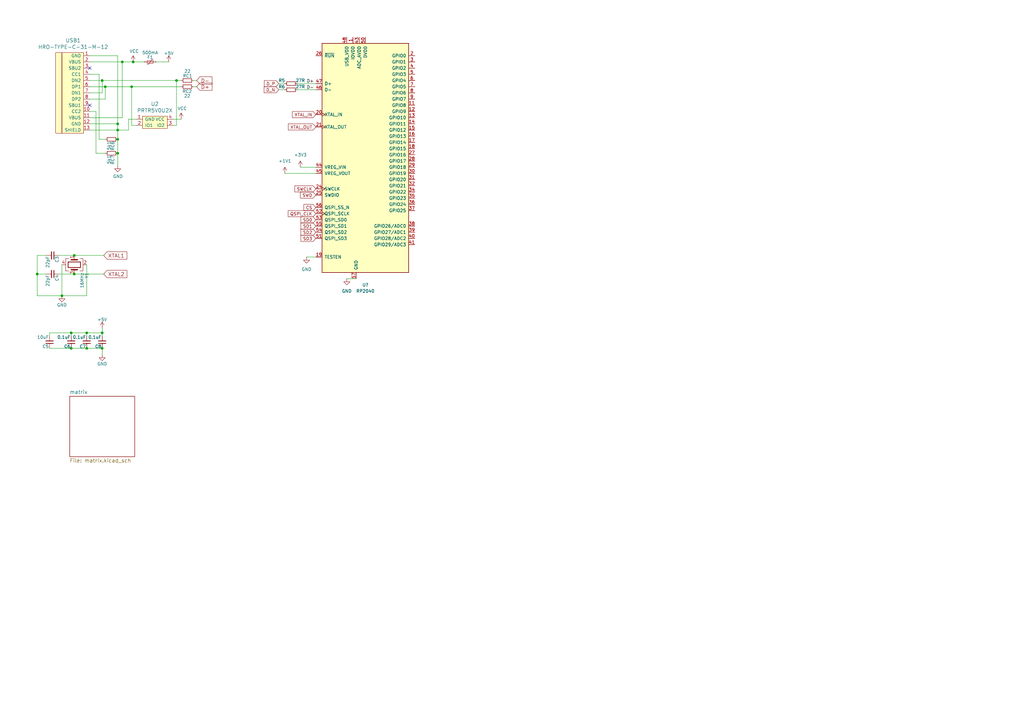
<source format=kicad_sch>
(kicad_sch (version 20211123) (generator eeschema)

  (uuid cb16d05e-318b-4e51-867b-70d791d75bea)

  (paper "A3")

  (lib_symbols
    (symbol "Device:C_Small" (pin_numbers hide) (pin_names (offset 0.254) hide) (in_bom yes) (on_board yes)
      (property "Reference" "C" (id 0) (at 0.254 1.778 0)
        (effects (font (size 1.27 1.27)) (justify left))
      )
      (property "Value" "C_Small" (id 1) (at 0.254 -2.032 0)
        (effects (font (size 1.27 1.27)) (justify left))
      )
      (property "Footprint" "" (id 2) (at 0 0 0)
        (effects (font (size 1.27 1.27)) hide)
      )
      (property "Datasheet" "~" (id 3) (at 0 0 0)
        (effects (font (size 1.27 1.27)) hide)
      )
      (property "ki_keywords" "capacitor cap" (id 4) (at 0 0 0)
        (effects (font (size 1.27 1.27)) hide)
      )
      (property "ki_description" "Unpolarized capacitor, small symbol" (id 5) (at 0 0 0)
        (effects (font (size 1.27 1.27)) hide)
      )
      (property "ki_fp_filters" "C_*" (id 6) (at 0 0 0)
        (effects (font (size 1.27 1.27)) hide)
      )
      (symbol "C_Small_0_1"
        (polyline
          (pts
            (xy -1.524 -0.508)
            (xy 1.524 -0.508)
          )
          (stroke (width 0.3302) (type default) (color 0 0 0 0))
          (fill (type none))
        )
        (polyline
          (pts
            (xy -1.524 0.508)
            (xy 1.524 0.508)
          )
          (stroke (width 0.3048) (type default) (color 0 0 0 0))
          (fill (type none))
        )
      )
      (symbol "C_Small_1_1"
        (pin passive line (at 0 2.54 270) (length 2.032)
          (name "~" (effects (font (size 1.27 1.27))))
          (number "1" (effects (font (size 1.27 1.27))))
        )
        (pin passive line (at 0 -2.54 90) (length 2.032)
          (name "~" (effects (font (size 1.27 1.27))))
          (number "2" (effects (font (size 1.27 1.27))))
        )
      )
    )
    (symbol "Device:Crystal_GND24" (pin_names (offset 1.016) hide) (in_bom yes) (on_board yes)
      (property "Reference" "Y" (id 0) (at 3.175 5.08 0)
        (effects (font (size 1.27 1.27)) (justify left))
      )
      (property "Value" "Crystal_GND24" (id 1) (at 3.175 3.175 0)
        (effects (font (size 1.27 1.27)) (justify left))
      )
      (property "Footprint" "" (id 2) (at 0 0 0)
        (effects (font (size 1.27 1.27)) hide)
      )
      (property "Datasheet" "~" (id 3) (at 0 0 0)
        (effects (font (size 1.27 1.27)) hide)
      )
      (property "ki_keywords" "quartz ceramic resonator oscillator" (id 4) (at 0 0 0)
        (effects (font (size 1.27 1.27)) hide)
      )
      (property "ki_description" "Four pin crystal, GND on pins 2 and 4" (id 5) (at 0 0 0)
        (effects (font (size 1.27 1.27)) hide)
      )
      (property "ki_fp_filters" "Crystal*" (id 6) (at 0 0 0)
        (effects (font (size 1.27 1.27)) hide)
      )
      (symbol "Crystal_GND24_0_1"
        (rectangle (start -1.143 2.54) (end 1.143 -2.54)
          (stroke (width 0.3048) (type default) (color 0 0 0 0))
          (fill (type none))
        )
        (polyline
          (pts
            (xy -2.54 0)
            (xy -2.032 0)
          )
          (stroke (width 0) (type default) (color 0 0 0 0))
          (fill (type none))
        )
        (polyline
          (pts
            (xy -2.032 -1.27)
            (xy -2.032 1.27)
          )
          (stroke (width 0.508) (type default) (color 0 0 0 0))
          (fill (type none))
        )
        (polyline
          (pts
            (xy 0 -3.81)
            (xy 0 -3.556)
          )
          (stroke (width 0) (type default) (color 0 0 0 0))
          (fill (type none))
        )
        (polyline
          (pts
            (xy 0 3.556)
            (xy 0 3.81)
          )
          (stroke (width 0) (type default) (color 0 0 0 0))
          (fill (type none))
        )
        (polyline
          (pts
            (xy 2.032 -1.27)
            (xy 2.032 1.27)
          )
          (stroke (width 0.508) (type default) (color 0 0 0 0))
          (fill (type none))
        )
        (polyline
          (pts
            (xy 2.032 0)
            (xy 2.54 0)
          )
          (stroke (width 0) (type default) (color 0 0 0 0))
          (fill (type none))
        )
        (polyline
          (pts
            (xy -2.54 -2.286)
            (xy -2.54 -3.556)
            (xy 2.54 -3.556)
            (xy 2.54 -2.286)
          )
          (stroke (width 0) (type default) (color 0 0 0 0))
          (fill (type none))
        )
        (polyline
          (pts
            (xy -2.54 2.286)
            (xy -2.54 3.556)
            (xy 2.54 3.556)
            (xy 2.54 2.286)
          )
          (stroke (width 0) (type default) (color 0 0 0 0))
          (fill (type none))
        )
      )
      (symbol "Crystal_GND24_1_1"
        (pin passive line (at -3.81 0 0) (length 1.27)
          (name "1" (effects (font (size 1.27 1.27))))
          (number "1" (effects (font (size 1.27 1.27))))
        )
        (pin passive line (at 0 5.08 270) (length 1.27)
          (name "2" (effects (font (size 1.27 1.27))))
          (number "2" (effects (font (size 1.27 1.27))))
        )
        (pin passive line (at 3.81 0 180) (length 1.27)
          (name "3" (effects (font (size 1.27 1.27))))
          (number "3" (effects (font (size 1.27 1.27))))
        )
        (pin passive line (at 0 -5.08 90) (length 1.27)
          (name "4" (effects (font (size 1.27 1.27))))
          (number "4" (effects (font (size 1.27 1.27))))
        )
      )
    )
    (symbol "Device:Polyfuse_Small" (pin_numbers hide) (pin_names (offset 0)) (in_bom yes) (on_board yes)
      (property "Reference" "F" (id 0) (at -1.905 0 90)
        (effects (font (size 1.27 1.27)))
      )
      (property "Value" "Polyfuse_Small" (id 1) (at 1.905 0 90)
        (effects (font (size 1.27 1.27)))
      )
      (property "Footprint" "" (id 2) (at 1.27 -5.08 0)
        (effects (font (size 1.27 1.27)) (justify left) hide)
      )
      (property "Datasheet" "~" (id 3) (at 0 0 0)
        (effects (font (size 1.27 1.27)) hide)
      )
      (property "ki_keywords" "resettable fuse PTC PPTC polyfuse polyswitch" (id 4) (at 0 0 0)
        (effects (font (size 1.27 1.27)) hide)
      )
      (property "ki_description" "Resettable fuse, polymeric positive temperature coefficient, small symbol" (id 5) (at 0 0 0)
        (effects (font (size 1.27 1.27)) hide)
      )
      (property "ki_fp_filters" "*polyfuse* *PTC*" (id 6) (at 0 0 0)
        (effects (font (size 1.27 1.27)) hide)
      )
      (symbol "Polyfuse_Small_0_1"
        (rectangle (start -0.508 1.27) (end 0.508 -1.27)
          (stroke (width 0) (type default) (color 0 0 0 0))
          (fill (type none))
        )
        (polyline
          (pts
            (xy 0 2.54)
            (xy 0 -2.54)
          )
          (stroke (width 0) (type default) (color 0 0 0 0))
          (fill (type none))
        )
        (polyline
          (pts
            (xy -1.016 1.27)
            (xy -1.016 0.762)
            (xy 1.016 -0.762)
            (xy 1.016 -1.27)
          )
          (stroke (width 0) (type default) (color 0 0 0 0))
          (fill (type none))
        )
      )
      (symbol "Polyfuse_Small_1_1"
        (pin passive line (at 0 2.54 270) (length 0.635)
          (name "~" (effects (font (size 1.27 1.27))))
          (number "1" (effects (font (size 1.27 1.27))))
        )
        (pin passive line (at 0 -2.54 90) (length 0.635)
          (name "~" (effects (font (size 1.27 1.27))))
          (number "2" (effects (font (size 1.27 1.27))))
        )
      )
    )
    (symbol "Device:R_Small" (pin_numbers hide) (pin_names (offset 0.254) hide) (in_bom yes) (on_board yes)
      (property "Reference" "R" (id 0) (at 0.762 0.508 0)
        (effects (font (size 1.27 1.27)) (justify left))
      )
      (property "Value" "R_Small" (id 1) (at 0.762 -1.016 0)
        (effects (font (size 1.27 1.27)) (justify left))
      )
      (property "Footprint" "" (id 2) (at 0 0 0)
        (effects (font (size 1.27 1.27)) hide)
      )
      (property "Datasheet" "~" (id 3) (at 0 0 0)
        (effects (font (size 1.27 1.27)) hide)
      )
      (property "ki_keywords" "R resistor" (id 4) (at 0 0 0)
        (effects (font (size 1.27 1.27)) hide)
      )
      (property "ki_description" "Resistor, small symbol" (id 5) (at 0 0 0)
        (effects (font (size 1.27 1.27)) hide)
      )
      (property "ki_fp_filters" "R_*" (id 6) (at 0 0 0)
        (effects (font (size 1.27 1.27)) hide)
      )
      (symbol "R_Small_0_1"
        (rectangle (start -0.762 1.778) (end 0.762 -1.778)
          (stroke (width 0.2032) (type default) (color 0 0 0 0))
          (fill (type none))
        )
      )
      (symbol "R_Small_1_1"
        (pin passive line (at 0 2.54 270) (length 0.762)
          (name "~" (effects (font (size 1.27 1.27))))
          (number "1" (effects (font (size 1.27 1.27))))
        )
        (pin passive line (at 0 -2.54 90) (length 0.762)
          (name "~" (effects (font (size 1.27 1.27))))
          (number "2" (effects (font (size 1.27 1.27))))
        )
      )
    )
    (symbol "Sleep-lib:RP2040" (pin_names (offset 1.016)) (in_bom yes) (on_board yes)
      (property "Reference" "U" (id 0) (at 8.89 51.435 0)
        (effects (font (size 1.27 1.27)) (justify left bottom))
      )
      (property "Value" "RP2040" (id 1) (at 8.89 48.895 0)
        (effects (font (size 1.27 1.27)) (justify left bottom))
      )
      (property "Footprint" "Sleep-Lib:RP2040-QFN-56" (id 2) (at -20.32 62.23 0)
        (effects (font (size 1.27 1.27)) (justify left bottom) hide)
      )
      (property "Datasheet" "https://datasheets.raspberrypi.com/rp2040/rp2040-datasheet.pdf" (id 3) (at -20.32 62.23 0)
        (effects (font (size 1.27 1.27)) (justify left bottom) hide)
      )
      (property "ki_keywords" "raspberry pi 2040" (id 4) (at 0 0 0)
        (effects (font (size 1.27 1.27)) hide)
      )
      (symbol "RP2040_0_0"
        (rectangle (start -17.78 -45.72) (end 17.78 48.26)
          (stroke (width 0.254) (type default) (color 0 0 0 0))
          (fill (type background))
        )
      )
      (symbol "RP2040_1_1"
        (pin power_in line (at -5.08 50.8 270) (length 2.54)
          (name "IOVDD" (effects (font (size 1.27 1.27))))
          (number "1" (effects (font (size 1.27 1.27))))
        )
        (pin power_in line (at -5.08 50.8 270) (length 2.54) hide
          (name "IOVDD" (effects (font (size 1.27 1.27))))
          (number "10" (effects (font (size 1.27 1.27))))
        )
        (pin input line (at 20.32 22.86 180) (length 2.54)
          (name "GPIO8" (effects (font (size 1.27 1.27))))
          (number "11" (effects (font (size 1.27 1.27))))
        )
        (pin input line (at 20.32 20.32 180) (length 2.54)
          (name "GPIO9" (effects (font (size 1.27 1.27))))
          (number "12" (effects (font (size 1.27 1.27))))
        )
        (pin input line (at 20.32 17.78 180) (length 2.54)
          (name "GPIO10" (effects (font (size 1.27 1.27))))
          (number "13" (effects (font (size 1.27 1.27))))
        )
        (pin input line (at 20.32 15.24 180) (length 2.54)
          (name "GPIO11" (effects (font (size 1.27 1.27))))
          (number "14" (effects (font (size 1.27 1.27))))
        )
        (pin input line (at 20.32 12.7 180) (length 2.54)
          (name "GPIO12" (effects (font (size 1.27 1.27))))
          (number "15" (effects (font (size 1.27 1.27))))
        )
        (pin input line (at 20.32 10.16 180) (length 2.54)
          (name "GPIO13" (effects (font (size 1.27 1.27))))
          (number "16" (effects (font (size 1.27 1.27))))
        )
        (pin input line (at 20.32 7.62 180) (length 2.54)
          (name "GPIO14" (effects (font (size 1.27 1.27))))
          (number "17" (effects (font (size 1.27 1.27))))
        )
        (pin input line (at 20.32 5.08 180) (length 2.54)
          (name "GPIO15" (effects (font (size 1.27 1.27))))
          (number "18" (effects (font (size 1.27 1.27))))
        )
        (pin input line (at -20.32 -39.37 0) (length 2.54)
          (name "TESTEN" (effects (font (size 1.27 1.27))))
          (number "19" (effects (font (size 1.27 1.27))))
        )
        (pin input line (at 20.32 43.18 180) (length 2.54)
          (name "GPIO0" (effects (font (size 1.27 1.27))))
          (number "2" (effects (font (size 1.27 1.27))))
        )
        (pin input clock (at -20.32 19.05 0) (length 2.54)
          (name "XTAL_IN" (effects (font (size 1.27 1.27))))
          (number "20" (effects (font (size 1.27 1.27))))
        )
        (pin input clock (at -20.32 13.97 0) (length 2.54)
          (name "XTAL_OUT" (effects (font (size 1.27 1.27))))
          (number "21" (effects (font (size 1.27 1.27))))
        )
        (pin power_in line (at -5.08 50.8 270) (length 2.54) hide
          (name "IOVDD" (effects (font (size 1.27 1.27))))
          (number "22" (effects (font (size 1.27 1.27))))
        )
        (pin power_in line (at 0 50.8 270) (length 2.54) hide
          (name "DVDD" (effects (font (size 1.27 1.27))))
          (number "23" (effects (font (size 1.27 1.27))))
        )
        (pin input clock (at -20.32 -11.43 0) (length 2.54)
          (name "SWCLK" (effects (font (size 1.27 1.27))))
          (number "24" (effects (font (size 1.27 1.27))))
        )
        (pin bidirectional line (at -20.32 -13.97 0) (length 2.54)
          (name "SWDIO" (effects (font (size 1.27 1.27))))
          (number "25" (effects (font (size 1.27 1.27))))
        )
        (pin input line (at -20.32 43.18 0) (length 2.54)
          (name "~{RUN}" (effects (font (size 1.27 1.27))))
          (number "26" (effects (font (size 1.27 1.27))))
        )
        (pin input line (at 20.32 2.54 180) (length 2.54)
          (name "GPIO16" (effects (font (size 1.27 1.27))))
          (number "27" (effects (font (size 1.27 1.27))))
        )
        (pin input line (at 20.32 0 180) (length 2.54)
          (name "GPIO17" (effects (font (size 1.27 1.27))))
          (number "28" (effects (font (size 1.27 1.27))))
        )
        (pin input line (at 20.32 -2.54 180) (length 2.54)
          (name "GPIO18" (effects (font (size 1.27 1.27))))
          (number "29" (effects (font (size 1.27 1.27))))
        )
        (pin input line (at 20.32 40.64 180) (length 2.54)
          (name "GPIO1" (effects (font (size 1.27 1.27))))
          (number "3" (effects (font (size 1.27 1.27))))
        )
        (pin input line (at 20.32 -5.08 180) (length 2.54)
          (name "GPIO19" (effects (font (size 1.27 1.27))))
          (number "30" (effects (font (size 1.27 1.27))))
        )
        (pin input line (at 20.32 -7.62 180) (length 2.54)
          (name "GPIO20" (effects (font (size 1.27 1.27))))
          (number "31" (effects (font (size 1.27 1.27))))
        )
        (pin input line (at 20.32 -10.16 180) (length 2.54)
          (name "GPIO21" (effects (font (size 1.27 1.27))))
          (number "32" (effects (font (size 1.27 1.27))))
        )
        (pin power_in line (at -5.08 50.8 270) (length 2.54) hide
          (name "IOVDD" (effects (font (size 1.27 1.27))))
          (number "33" (effects (font (size 1.27 1.27))))
        )
        (pin input line (at 20.32 -12.7 180) (length 2.54)
          (name "GPIO22" (effects (font (size 1.27 1.27))))
          (number "34" (effects (font (size 1.27 1.27))))
        )
        (pin input line (at 20.32 -15.24 180) (length 2.54)
          (name "GPIO23" (effects (font (size 1.27 1.27))))
          (number "35" (effects (font (size 1.27 1.27))))
        )
        (pin input line (at 20.32 -17.78 180) (length 2.54)
          (name "GPIO24" (effects (font (size 1.27 1.27))))
          (number "36" (effects (font (size 1.27 1.27))))
        )
        (pin input line (at 20.32 -20.32 180) (length 2.54)
          (name "GPIO25" (effects (font (size 1.27 1.27))))
          (number "37" (effects (font (size 1.27 1.27))))
        )
        (pin input line (at 20.32 -26.67 180) (length 2.54)
          (name "GPIO26/ADC0" (effects (font (size 1.27 1.27))))
          (number "38" (effects (font (size 1.27 1.27))))
        )
        (pin input line (at 20.32 -29.21 180) (length 2.54)
          (name "GPIO27/ADC1" (effects (font (size 1.27 1.27))))
          (number "39" (effects (font (size 1.27 1.27))))
        )
        (pin input line (at 20.32 38.1 180) (length 2.54)
          (name "GPIO2" (effects (font (size 1.27 1.27))))
          (number "4" (effects (font (size 1.27 1.27))))
        )
        (pin input line (at 20.32 -31.75 180) (length 2.54)
          (name "GPIO28/ADC2" (effects (font (size 1.27 1.27))))
          (number "40" (effects (font (size 1.27 1.27))))
        )
        (pin input line (at 20.32 -34.29 180) (length 2.54)
          (name "GPIO29/ADC3" (effects (font (size 1.27 1.27))))
          (number "41" (effects (font (size 1.27 1.27))))
        )
        (pin power_in line (at -5.08 50.8 270) (length 2.54) hide
          (name "IOVDD" (effects (font (size 1.27 1.27))))
          (number "42" (effects (font (size 1.27 1.27))))
        )
        (pin power_in line (at -2.54 50.8 270) (length 2.54)
          (name "ADC_AVDD" (effects (font (size 1.27 1.27))))
          (number "43" (effects (font (size 1.27 1.27))))
        )
        (pin power_in line (at -20.32 -2.54 0) (length 2.54)
          (name "VREG_VIN" (effects (font (size 1.27 1.27))))
          (number "44" (effects (font (size 1.27 1.27))))
        )
        (pin power_out line (at -20.32 -5.08 0) (length 2.54)
          (name "VREG_VOUT" (effects (font (size 1.27 1.27))))
          (number "45" (effects (font (size 1.27 1.27))))
        )
        (pin bidirectional line (at -20.32 29.21 0) (length 2.54)
          (name "D-" (effects (font (size 1.27 1.27))))
          (number "46" (effects (font (size 1.27 1.27))))
        )
        (pin bidirectional line (at -20.32 31.75 0) (length 2.54)
          (name "D+" (effects (font (size 1.27 1.27))))
          (number "47" (effects (font (size 1.27 1.27))))
        )
        (pin power_in line (at -7.62 50.8 270) (length 2.54)
          (name "USB_VDD" (effects (font (size 1.27 1.27))))
          (number "48" (effects (font (size 1.27 1.27))))
        )
        (pin power_in line (at -5.08 50.8 270) (length 2.54) hide
          (name "IOVDD" (effects (font (size 1.27 1.27))))
          (number "49" (effects (font (size 1.27 1.27))))
        )
        (pin input line (at 20.32 35.56 180) (length 2.54)
          (name "GPIO3" (effects (font (size 1.27 1.27))))
          (number "5" (effects (font (size 1.27 1.27))))
        )
        (pin power_in line (at 0 50.8 270) (length 2.54)
          (name "DVDD" (effects (font (size 1.27 1.27))))
          (number "50" (effects (font (size 1.27 1.27))))
        )
        (pin bidirectional line (at -20.32 -31.75 0) (length 2.54)
          (name "QSPI_SD3" (effects (font (size 1.27 1.27))))
          (number "51" (effects (font (size 1.27 1.27))))
        )
        (pin input clock (at -20.32 -21.59 0) (length 2.54)
          (name "QSPI_SCLK" (effects (font (size 1.27 1.27))))
          (number "52" (effects (font (size 1.27 1.27))))
        )
        (pin bidirectional line (at -20.32 -24.13 0) (length 2.54)
          (name "QSPI_SD0" (effects (font (size 1.27 1.27))))
          (number "53" (effects (font (size 1.27 1.27))))
        )
        (pin bidirectional line (at -20.32 -29.21 0) (length 2.54)
          (name "QSPI_SD2" (effects (font (size 1.27 1.27))))
          (number "54" (effects (font (size 1.27 1.27))))
        )
        (pin bidirectional line (at -20.32 -26.67 0) (length 2.54)
          (name "QSPI_SD1" (effects (font (size 1.27 1.27))))
          (number "55" (effects (font (size 1.27 1.27))))
        )
        (pin bidirectional line (at -20.32 -19.05 0) (length 2.54)
          (name "QSPI_SS_N" (effects (font (size 1.27 1.27))))
          (number "56" (effects (font (size 1.27 1.27))))
        )
        (pin power_in line (at -3.81 -48.26 90) (length 2.54)
          (name "GND" (effects (font (size 1.27 1.27))))
          (number "57" (effects (font (size 1.27 1.27))))
        )
        (pin input line (at 20.32 33.02 180) (length 2.54)
          (name "GPIO4" (effects (font (size 1.27 1.27))))
          (number "6" (effects (font (size 1.27 1.27))))
        )
        (pin input line (at 20.32 30.48 180) (length 2.54)
          (name "GPIO5" (effects (font (size 1.27 1.27))))
          (number "7" (effects (font (size 1.27 1.27))))
        )
        (pin input line (at 20.32 27.94 180) (length 2.54)
          (name "GPIO6" (effects (font (size 1.27 1.27))))
          (number "8" (effects (font (size 1.27 1.27))))
        )
        (pin input line (at 20.32 25.4 180) (length 2.54)
          (name "GPIO7" (effects (font (size 1.27 1.27))))
          (number "9" (effects (font (size 1.27 1.27))))
        )
      )
    )
    (symbol "Type-C:HRO-TYPE-C-31-M-12" (pin_names (offset 1.016)) (in_bom yes) (on_board yes)
      (property "Reference" "USB" (id 0) (at -5.08 16.51 0)
        (effects (font (size 1.524 1.524)))
      )
      (property "Value" "Type-C_HRO-TYPE-C-31-M-12" (id 1) (at -10.16 -1.27 90)
        (effects (font (size 1.524 1.524)))
      )
      (property "Footprint" "" (id 2) (at 0 0 0)
        (effects (font (size 1.524 1.524)) hide)
      )
      (property "Datasheet" "" (id 3) (at 0 0 0)
        (effects (font (size 1.524 1.524)) hide)
      )
      (symbol "HRO-TYPE-C-31-M-12_0_1"
        (rectangle (start -11.43 15.24) (end -8.89 -17.78)
          (stroke (width 0) (type default) (color 0 0 0 0))
          (fill (type background))
        )
        (rectangle (start 0 -17.78) (end -8.89 15.24)
          (stroke (width 0) (type default) (color 0 0 0 0))
          (fill (type background))
        )
      )
      (symbol "HRO-TYPE-C-31-M-12_1_1"
        (pin input line (at 2.54 13.97 180) (length 2.54)
          (name "GND" (effects (font (size 1.27 1.27))))
          (number "1" (effects (font (size 1.27 1.27))))
        )
        (pin input line (at 2.54 -8.89 180) (length 2.54)
          (name "CC2" (effects (font (size 1.27 1.27))))
          (number "10" (effects (font (size 1.27 1.27))))
        )
        (pin input line (at 2.54 -11.43 180) (length 2.54)
          (name "VBUS" (effects (font (size 1.27 1.27))))
          (number "11" (effects (font (size 1.27 1.27))))
        )
        (pin input line (at 2.54 -13.97 180) (length 2.54)
          (name "GND" (effects (font (size 1.27 1.27))))
          (number "12" (effects (font (size 1.27 1.27))))
        )
        (pin input line (at 2.54 -16.51 180) (length 2.54)
          (name "SHIELD" (effects (font (size 1.27 1.27))))
          (number "13" (effects (font (size 1.27 1.27))))
        )
        (pin input line (at 2.54 11.43 180) (length 2.54)
          (name "VBUS" (effects (font (size 1.27 1.27))))
          (number "2" (effects (font (size 1.27 1.27))))
        )
        (pin input line (at 2.54 8.89 180) (length 2.54)
          (name "SBU2" (effects (font (size 1.27 1.27))))
          (number "3" (effects (font (size 1.27 1.27))))
        )
        (pin input line (at 2.54 6.35 180) (length 2.54)
          (name "CC1" (effects (font (size 1.27 1.27))))
          (number "4" (effects (font (size 1.27 1.27))))
        )
        (pin input line (at 2.54 3.81 180) (length 2.54)
          (name "DN2" (effects (font (size 1.27 1.27))))
          (number "5" (effects (font (size 1.27 1.27))))
        )
        (pin input line (at 2.54 1.27 180) (length 2.54)
          (name "DP1" (effects (font (size 1.27 1.27))))
          (number "6" (effects (font (size 1.27 1.27))))
        )
        (pin input line (at 2.54 -1.27 180) (length 2.54)
          (name "DN1" (effects (font (size 1.27 1.27))))
          (number "7" (effects (font (size 1.27 1.27))))
        )
        (pin input line (at 2.54 -3.81 180) (length 2.54)
          (name "DP2" (effects (font (size 1.27 1.27))))
          (number "8" (effects (font (size 1.27 1.27))))
        )
        (pin input line (at 2.54 -6.35 180) (length 2.54)
          (name "SBU1" (effects (font (size 1.27 1.27))))
          (number "9" (effects (font (size 1.27 1.27))))
        )
      )
    )
    (symbol "ai03-locallib:PRTR5V0U2X" (pin_names (offset 1.016)) (in_bom yes) (on_board yes)
      (property "Reference" "U" (id 0) (at 0 3.81 0)
        (effects (font (size 1.524 1.524)))
      )
      (property "Value" "ai03-locallib_PRTR5V0U2X" (id 1) (at 0 -3.81 0)
        (effects (font (size 1.524 1.524)))
      )
      (property "Footprint" "" (id 2) (at 0 0 0)
        (effects (font (size 1.524 1.524)) hide)
      )
      (property "Datasheet" "" (id 3) (at 0 0 0)
        (effects (font (size 1.524 1.524)) hide)
      )
      (symbol "PRTR5V0U2X_0_1"
        (rectangle (start -5.08 2.54) (end 5.08 -2.54)
          (stroke (width 0) (type default) (color 0 0 0 0))
          (fill (type background))
        )
      )
      (symbol "PRTR5V0U2X_1_1"
        (pin input line (at -7.62 1.27 0) (length 2.54)
          (name "GND" (effects (font (size 1.27 1.27))))
          (number "1" (effects (font (size 1.27 1.27))))
        )
        (pin input line (at -7.62 -1.27 0) (length 2.54)
          (name "IO1" (effects (font (size 1.27 1.27))))
          (number "2" (effects (font (size 1.27 1.27))))
        )
        (pin input line (at 7.62 -1.27 180) (length 2.54)
          (name "IO2" (effects (font (size 1.27 1.27))))
          (number "3" (effects (font (size 1.27 1.27))))
        )
        (pin input line (at 7.62 1.27 180) (length 2.54)
          (name "VCC" (effects (font (size 1.27 1.27))))
          (number "4" (effects (font (size 1.27 1.27))))
        )
      )
    )
    (symbol "power:+1V1" (power) (pin_names (offset 0)) (in_bom yes) (on_board yes)
      (property "Reference" "#PWR" (id 0) (at 0 -3.81 0)
        (effects (font (size 1.27 1.27)) hide)
      )
      (property "Value" "+1V1" (id 1) (at 0 3.556 0)
        (effects (font (size 1.27 1.27)))
      )
      (property "Footprint" "" (id 2) (at 0 0 0)
        (effects (font (size 1.27 1.27)) hide)
      )
      (property "Datasheet" "" (id 3) (at 0 0 0)
        (effects (font (size 1.27 1.27)) hide)
      )
      (property "ki_keywords" "power-flag" (id 4) (at 0 0 0)
        (effects (font (size 1.27 1.27)) hide)
      )
      (property "ki_description" "Power symbol creates a global label with name \"+1V1\"" (id 5) (at 0 0 0)
        (effects (font (size 1.27 1.27)) hide)
      )
      (symbol "+1V1_0_1"
        (polyline
          (pts
            (xy -0.762 1.27)
            (xy 0 2.54)
          )
          (stroke (width 0) (type default) (color 0 0 0 0))
          (fill (type none))
        )
        (polyline
          (pts
            (xy 0 0)
            (xy 0 2.54)
          )
          (stroke (width 0) (type default) (color 0 0 0 0))
          (fill (type none))
        )
        (polyline
          (pts
            (xy 0 2.54)
            (xy 0.762 1.27)
          )
          (stroke (width 0) (type default) (color 0 0 0 0))
          (fill (type none))
        )
      )
      (symbol "+1V1_1_1"
        (pin power_in line (at 0 0 90) (length 0) hide
          (name "+1V1" (effects (font (size 1.27 1.27))))
          (number "1" (effects (font (size 1.27 1.27))))
        )
      )
    )
    (symbol "power:+3V3" (power) (pin_names (offset 0)) (in_bom yes) (on_board yes)
      (property "Reference" "#PWR" (id 0) (at 0 -3.81 0)
        (effects (font (size 1.27 1.27)) hide)
      )
      (property "Value" "+3V3" (id 1) (at 0 3.556 0)
        (effects (font (size 1.27 1.27)))
      )
      (property "Footprint" "" (id 2) (at 0 0 0)
        (effects (font (size 1.27 1.27)) hide)
      )
      (property "Datasheet" "" (id 3) (at 0 0 0)
        (effects (font (size 1.27 1.27)) hide)
      )
      (property "ki_keywords" "power-flag" (id 4) (at 0 0 0)
        (effects (font (size 1.27 1.27)) hide)
      )
      (property "ki_description" "Power symbol creates a global label with name \"+3V3\"" (id 5) (at 0 0 0)
        (effects (font (size 1.27 1.27)) hide)
      )
      (symbol "+3V3_0_1"
        (polyline
          (pts
            (xy -0.762 1.27)
            (xy 0 2.54)
          )
          (stroke (width 0) (type default) (color 0 0 0 0))
          (fill (type none))
        )
        (polyline
          (pts
            (xy 0 0)
            (xy 0 2.54)
          )
          (stroke (width 0) (type default) (color 0 0 0 0))
          (fill (type none))
        )
        (polyline
          (pts
            (xy 0 2.54)
            (xy 0.762 1.27)
          )
          (stroke (width 0) (type default) (color 0 0 0 0))
          (fill (type none))
        )
      )
      (symbol "+3V3_1_1"
        (pin power_in line (at 0 0 90) (length 0) hide
          (name "+3V3" (effects (font (size 1.27 1.27))))
          (number "1" (effects (font (size 1.27 1.27))))
        )
      )
    )
    (symbol "power:+5V" (power) (pin_names (offset 0)) (in_bom yes) (on_board yes)
      (property "Reference" "#PWR" (id 0) (at 0 -3.81 0)
        (effects (font (size 1.27 1.27)) hide)
      )
      (property "Value" "+5V" (id 1) (at 0 3.556 0)
        (effects (font (size 1.27 1.27)))
      )
      (property "Footprint" "" (id 2) (at 0 0 0)
        (effects (font (size 1.27 1.27)) hide)
      )
      (property "Datasheet" "" (id 3) (at 0 0 0)
        (effects (font (size 1.27 1.27)) hide)
      )
      (property "ki_keywords" "power-flag" (id 4) (at 0 0 0)
        (effects (font (size 1.27 1.27)) hide)
      )
      (property "ki_description" "Power symbol creates a global label with name \"+5V\"" (id 5) (at 0 0 0)
        (effects (font (size 1.27 1.27)) hide)
      )
      (symbol "+5V_0_1"
        (polyline
          (pts
            (xy -0.762 1.27)
            (xy 0 2.54)
          )
          (stroke (width 0) (type default) (color 0 0 0 0))
          (fill (type none))
        )
        (polyline
          (pts
            (xy 0 0)
            (xy 0 2.54)
          )
          (stroke (width 0) (type default) (color 0 0 0 0))
          (fill (type none))
        )
        (polyline
          (pts
            (xy 0 2.54)
            (xy 0.762 1.27)
          )
          (stroke (width 0) (type default) (color 0 0 0 0))
          (fill (type none))
        )
      )
      (symbol "+5V_1_1"
        (pin power_in line (at 0 0 90) (length 0) hide
          (name "+5V" (effects (font (size 1.27 1.27))))
          (number "1" (effects (font (size 1.27 1.27))))
        )
      )
    )
    (symbol "power:GND" (power) (pin_names (offset 0)) (in_bom yes) (on_board yes)
      (property "Reference" "#PWR" (id 0) (at 0 -6.35 0)
        (effects (font (size 1.27 1.27)) hide)
      )
      (property "Value" "GND" (id 1) (at 0 -3.81 0)
        (effects (font (size 1.27 1.27)))
      )
      (property "Footprint" "" (id 2) (at 0 0 0)
        (effects (font (size 1.27 1.27)) hide)
      )
      (property "Datasheet" "" (id 3) (at 0 0 0)
        (effects (font (size 1.27 1.27)) hide)
      )
      (property "ki_keywords" "power-flag" (id 4) (at 0 0 0)
        (effects (font (size 1.27 1.27)) hide)
      )
      (property "ki_description" "Power symbol creates a global label with name \"GND\" , ground" (id 5) (at 0 0 0)
        (effects (font (size 1.27 1.27)) hide)
      )
      (symbol "GND_0_1"
        (polyline
          (pts
            (xy 0 0)
            (xy 0 -1.27)
            (xy 1.27 -1.27)
            (xy 0 -2.54)
            (xy -1.27 -1.27)
            (xy 0 -1.27)
          )
          (stroke (width 0) (type default) (color 0 0 0 0))
          (fill (type none))
        )
      )
      (symbol "GND_1_1"
        (pin power_in line (at 0 0 270) (length 0) hide
          (name "GND" (effects (font (size 1.27 1.27))))
          (number "1" (effects (font (size 1.27 1.27))))
        )
      )
    )
    (symbol "power:VCC" (power) (pin_names (offset 0)) (in_bom yes) (on_board yes)
      (property "Reference" "#PWR" (id 0) (at 0 -3.81 0)
        (effects (font (size 1.27 1.27)) hide)
      )
      (property "Value" "VCC" (id 1) (at 0 3.81 0)
        (effects (font (size 1.27 1.27)))
      )
      (property "Footprint" "" (id 2) (at 0 0 0)
        (effects (font (size 1.27 1.27)) hide)
      )
      (property "Datasheet" "" (id 3) (at 0 0 0)
        (effects (font (size 1.27 1.27)) hide)
      )
      (property "ki_keywords" "power-flag" (id 4) (at 0 0 0)
        (effects (font (size 1.27 1.27)) hide)
      )
      (property "ki_description" "Power symbol creates a global label with name \"VCC\"" (id 5) (at 0 0 0)
        (effects (font (size 1.27 1.27)) hide)
      )
      (symbol "VCC_0_1"
        (polyline
          (pts
            (xy -0.762 1.27)
            (xy 0 2.54)
          )
          (stroke (width 0) (type default) (color 0 0 0 0))
          (fill (type none))
        )
        (polyline
          (pts
            (xy 0 0)
            (xy 0 2.54)
          )
          (stroke (width 0) (type default) (color 0 0 0 0))
          (fill (type none))
        )
        (polyline
          (pts
            (xy 0 2.54)
            (xy 0.762 1.27)
          )
          (stroke (width 0) (type default) (color 0 0 0 0))
          (fill (type none))
        )
      )
      (symbol "VCC_1_1"
        (pin power_in line (at 0 0 90) (length 0) hide
          (name "VCC" (effects (font (size 1.27 1.27))))
          (number "1" (effects (font (size 1.27 1.27))))
        )
      )
    )
  )

  (junction (at 30.48 104.775) (diameter 0) (color 0 0 0 0)
    (uuid 155b0b7c-70b4-4a26-a550-bac13cab0aa4)
  )
  (junction (at 72.39 33.02) (diameter 0) (color 0 0 0 0)
    (uuid 1f9ae101-c652-4998-a503-17aedf3d5746)
  )
  (junction (at 30.48 112.395) (diameter 0) (color 0 0 0 0)
    (uuid 1fa508ef-df83-4c99-846b-9acf535b3ad9)
  )
  (junction (at 29.21 142.875) (diameter 0) (color 0 0 0 0)
    (uuid 2891767f-251c-48c4-91c0-deb1b368f45c)
  )
  (junction (at 48.26 57.15) (diameter 0) (color 0 0 0 0)
    (uuid 30c33e3e-fb78-498d-bffe-76273d527004)
  )
  (junction (at 25.4 121.285) (diameter 0) (color 0 0 0 0)
    (uuid 38a501e2-0ee8-439d-bd02-e9e90e7503e9)
  )
  (junction (at 48.26 50.8) (diameter 0) (color 0 0 0 0)
    (uuid 43707e99-bdd7-4b02-9974-540ed6c2b0aa)
  )
  (junction (at 53.975 35.56) (diameter 0) (color 0 0 0 0)
    (uuid 6ffdf05e-e119-49f9-85e9-13e4901df42a)
  )
  (junction (at 15.24 112.395) (diameter 0) (color 0 0 0 0)
    (uuid 70e4263f-d95a-4431-b3f3-cfc800c82056)
  )
  (junction (at 54.61 25.4) (diameter 0) (color 0 0 0 0)
    (uuid 77afac29-c2bf-4c4c-b0fb-7c6ef838c4ab)
  )
  (junction (at 41.91 33.02) (diameter 0) (color 0 0 0 0)
    (uuid 8458d41c-5d62-455d-b6e1-9f718c0faac9)
  )
  (junction (at 43.18 35.56) (diameter 0) (color 0 0 0 0)
    (uuid 8de2d84c-ff45-4d4f-bc49-c166f6ae6b91)
  )
  (junction (at 41.91 136.525) (diameter 0) (color 0 0 0 0)
    (uuid b52d6ff3-fef1-496e-8dd5-ebb89b6bce6a)
  )
  (junction (at 35.56 136.525) (diameter 0) (color 0 0 0 0)
    (uuid b6cd701f-4223-4e72-a305-466869ccb250)
  )
  (junction (at 48.26 53.34) (diameter 0) (color 0 0 0 0)
    (uuid dae72997-44fc-4275-b36f-cd70bf46cfba)
  )
  (junction (at 29.21 136.525) (diameter 0) (color 0 0 0 0)
    (uuid e7e08b48-3d04-49da-8349-6de530a20c67)
  )
  (junction (at 48.26 62.865) (diameter 0) (color 0 0 0 0)
    (uuid f64497d1-1d62-44a4-8e5e-6fba4ebc969a)
  )
  (junction (at 50.165 25.4) (diameter 0) (color 0 0 0 0)
    (uuid f8f3a9fc-1e34-4573-a767-508104e8d242)
  )
  (junction (at 41.91 142.875) (diameter 0) (color 0 0 0 0)
    (uuid faa1812c-fdf3-47ae-9cf4-ae06a263bfbd)
  )
  (junction (at 35.56 142.875) (diameter 0) (color 0 0 0 0)
    (uuid fd3499d5-6fd2-49a4-bdb0-109cee899fde)
  )

  (no_connect (at 36.83 27.94) (uuid cb721686-5255-4788-a3b0-ce4312e32eb7))
  (no_connect (at 36.83 43.18) (uuid d4db7f11-8cfe-40d2-b021-b36f05241701))

  (wire (pts (xy 15.24 112.395) (xy 19.05 112.395))
    (stroke (width 0) (type default) (color 0 0 0 0))
    (uuid 00e38d63-5436-49db-81f5-697421f168fc)
  )
  (wire (pts (xy 48.26 50.8) (xy 36.83 50.8))
    (stroke (width 0) (type default) (color 0 0 0 0))
    (uuid 076046ab-4b56-4060-b8d9-0d80806d0277)
  )
  (wire (pts (xy 79.375 33.02) (xy 80.645 33.02))
    (stroke (width 0) (type default) (color 0 0 0 0))
    (uuid 088f77ba-fca9-42b3-876e-a6937267f957)
  )
  (wire (pts (xy 36.83 53.34) (xy 48.26 53.34))
    (stroke (width 0) (type default) (color 0 0 0 0))
    (uuid 1171ce37-6ad7-4662-bb68-5592c945ebf3)
  )
  (wire (pts (xy 35.56 142.875) (xy 41.91 142.875))
    (stroke (width 0) (type default) (color 0 0 0 0))
    (uuid 1199146e-a60b-416a-b503-e77d6d2892f9)
  )
  (wire (pts (xy 36.83 22.86) (xy 48.26 22.86))
    (stroke (width 0) (type default) (color 0 0 0 0))
    (uuid 196a8dd5-5fd6-4c7f-ae4a-0104bd82e61b)
  )
  (wire (pts (xy 39.37 45.72) (xy 39.37 62.865))
    (stroke (width 0) (type default) (color 0 0 0 0))
    (uuid 22bb6c80-05a9-4d89-98b0-f4c23fe6c1ce)
  )
  (wire (pts (xy 40.64 57.15) (xy 43.18 57.15))
    (stroke (width 0) (type default) (color 0 0 0 0))
    (uuid 2db910a0-b943-40b4-b81f-068ba5265f56)
  )
  (wire (pts (xy 52.705 53.34) (xy 52.705 48.895))
    (stroke (width 0) (type default) (color 0 0 0 0))
    (uuid 30317bf0-88bb-49e7-bf8b-9f3883982225)
  )
  (wire (pts (xy 43.18 40.64) (xy 43.18 35.56))
    (stroke (width 0) (type default) (color 0 0 0 0))
    (uuid 3326423d-8df7-4a7e-a354-349430b8fbd7)
  )
  (wire (pts (xy 19.05 104.775) (xy 15.24 104.775))
    (stroke (width 0) (type default) (color 0 0 0 0))
    (uuid 399fc36a-ed5d-44b5-82f7-c6f83d9acc14)
  )
  (wire (pts (xy 48.26 53.34) (xy 52.705 53.34))
    (stroke (width 0) (type default) (color 0 0 0 0))
    (uuid 3e915099-a18e-49f4-89bb-abe64c2dade5)
  )
  (wire (pts (xy 40.64 57.15) (xy 40.64 30.48))
    (stroke (width 0) (type default) (color 0 0 0 0))
    (uuid 3f8a5430-68a9-4732-9b89-4e00dd8ae219)
  )
  (wire (pts (xy 55.88 51.435) (xy 53.975 51.435))
    (stroke (width 0) (type default) (color 0 0 0 0))
    (uuid 4185c36c-c66e-4dbd-be5d-841e551f4885)
  )
  (wire (pts (xy 48.26 62.865) (xy 48.26 67.945))
    (stroke (width 0) (type default) (color 0 0 0 0))
    (uuid 42ff012d-5eb7-42b9-bb45-415cf26799c6)
  )
  (wire (pts (xy 25.4 121.285) (xy 35.56 121.285))
    (stroke (width 0) (type default) (color 0 0 0 0))
    (uuid 477892a1-722e-4cda-bb6c-fcdb8ba5f93e)
  )
  (wire (pts (xy 29.21 136.525) (xy 35.56 136.525))
    (stroke (width 0) (type default) (color 0 0 0 0))
    (uuid 479331ff-c540-41f4-84e6-b48d65171e59)
  )
  (wire (pts (xy 53.975 35.56) (xy 74.295 35.56))
    (stroke (width 0) (type default) (color 0 0 0 0))
    (uuid 4c843bdb-6c9e-40dd-85e2-0567846e18ba)
  )
  (wire (pts (xy 43.18 35.56) (xy 36.83 35.56))
    (stroke (width 0) (type default) (color 0 0 0 0))
    (uuid 4d4fecdd-be4a-47e9-9085-2268d5852d8f)
  )
  (wire (pts (xy 15.24 112.395) (xy 15.24 121.285))
    (stroke (width 0) (type default) (color 0 0 0 0))
    (uuid 4d586a18-26c5-441e-a9ff-8125ee516126)
  )
  (wire (pts (xy 36.83 40.64) (xy 43.18 40.64))
    (stroke (width 0) (type default) (color 0 0 0 0))
    (uuid 4ec618ae-096f-4256-9328-005ee04f13d6)
  )
  (wire (pts (xy 25.4 121.285) (xy 25.4 108.585))
    (stroke (width 0) (type default) (color 0 0 0 0))
    (uuid 4f411f68-04bd-4175-a406-bcaa4cf6601e)
  )
  (wire (pts (xy 50.165 25.4) (xy 54.61 25.4))
    (stroke (width 0) (type default) (color 0 0 0 0))
    (uuid 56930986-24fd-4b53-aaa1-4b4498e28696)
  )
  (wire (pts (xy 48.26 53.34) (xy 48.26 57.15))
    (stroke (width 0) (type default) (color 0 0 0 0))
    (uuid 5b0a5a46-7b51-4262-a80e-d33dd1806615)
  )
  (wire (pts (xy 72.39 33.02) (xy 74.295 33.02))
    (stroke (width 0) (type default) (color 0 0 0 0))
    (uuid 5c30b9b4-3014-4f50-9329-27a539b67e01)
  )
  (wire (pts (xy 36.83 33.02) (xy 41.91 33.02))
    (stroke (width 0) (type default) (color 0 0 0 0))
    (uuid 5d9921f1-08b3-4cc9-8cf7-e9a72ca2fdb7)
  )
  (wire (pts (xy 54.61 25.4) (xy 59.055 25.4))
    (stroke (width 0) (type default) (color 0 0 0 0))
    (uuid 60ff6322-62e2-4602-9bc0-7a0f0a5ecfbf)
  )
  (wire (pts (xy 41.91 134.62) (xy 41.91 136.525))
    (stroke (width 0) (type default) (color 0 0 0 0))
    (uuid 61fe4c73-be59-4519-98f1-a634322a841d)
  )
  (wire (pts (xy 35.56 136.525) (xy 35.56 137.795))
    (stroke (width 0) (type default) (color 0 0 0 0))
    (uuid 699feae1-8cdd-4d2b-947f-f24849c73cdb)
  )
  (wire (pts (xy 24.13 104.775) (xy 30.48 104.775))
    (stroke (width 0) (type default) (color 0 0 0 0))
    (uuid 6f675e5f-8fe6-4148-baf1-da97afc770f8)
  )
  (wire (pts (xy 80.645 35.56) (xy 79.375 35.56))
    (stroke (width 0) (type default) (color 0 0 0 0))
    (uuid 71989e06-8659-4605-b2da-4f729cc41263)
  )
  (wire (pts (xy 41.91 142.875) (xy 41.91 145.415))
    (stroke (width 0) (type default) (color 0 0 0 0))
    (uuid 71f92193-19b0-44ed-bc7f-77535083d769)
  )
  (wire (pts (xy 50.165 25.4) (xy 36.83 25.4))
    (stroke (width 0) (type default) (color 0 0 0 0))
    (uuid 79770cd5-32d7-429a-8248-0d9e6212231a)
  )
  (wire (pts (xy 39.37 62.865) (xy 43.18 62.865))
    (stroke (width 0) (type default) (color 0 0 0 0))
    (uuid 802c2dc3-ca9f-491e-9d66-7893e89ac34c)
  )
  (wire (pts (xy 114.3 36.83) (xy 116.84 36.83))
    (stroke (width 0) (type default) (color 0 0 0 0))
    (uuid 8224b22f-d9df-4ec7-b4a0-051f0f1da89c)
  )
  (wire (pts (xy 43.18 35.56) (xy 53.975 35.56))
    (stroke (width 0) (type default) (color 0 0 0 0))
    (uuid 88cb65f4-7e9e-44eb-8692-3b6e2e788a94)
  )
  (wire (pts (xy 15.24 121.285) (xy 25.4 121.285))
    (stroke (width 0) (type default) (color 0 0 0 0))
    (uuid 8fc062a7-114d-48eb-a8f8-71128838f380)
  )
  (wire (pts (xy 35.56 121.285) (xy 35.56 108.585))
    (stroke (width 0) (type default) (color 0 0 0 0))
    (uuid 917920ab-0c6e-4927-974d-ef342cdd4f63)
  )
  (wire (pts (xy 30.48 104.775) (xy 42.545 104.775))
    (stroke (width 0) (type default) (color 0 0 0 0))
    (uuid 9186fd02-f30d-4e17-aa38-378ab73e3908)
  )
  (wire (pts (xy 41.91 38.1) (xy 36.83 38.1))
    (stroke (width 0) (type default) (color 0 0 0 0))
    (uuid 92035a88-6c95-4a61-bd8a-cb8dd9e5018a)
  )
  (wire (pts (xy 40.64 30.48) (xy 36.83 30.48))
    (stroke (width 0) (type default) (color 0 0 0 0))
    (uuid 96de0051-7945-413a-9219-1ab367546962)
  )
  (wire (pts (xy 41.91 136.525) (xy 41.91 137.795))
    (stroke (width 0) (type default) (color 0 0 0 0))
    (uuid 997c2f12-73ba-4c01-9ee0-42e37cbab790)
  )
  (wire (pts (xy 41.91 33.02) (xy 72.39 33.02))
    (stroke (width 0) (type default) (color 0 0 0 0))
    (uuid 9a2d648d-863a-4b7b-80f9-d537185c212b)
  )
  (wire (pts (xy 20.32 142.875) (xy 29.21 142.875))
    (stroke (width 0) (type default) (color 0 0 0 0))
    (uuid 9bac9ad3-a7b9-47f0-87c7-d8630653df68)
  )
  (wire (pts (xy 114.3 34.29) (xy 116.84 34.29))
    (stroke (width 0) (type default) (color 0 0 0 0))
    (uuid 9dd73d08-ea5b-4494-bbc7-33a1f84f00f0)
  )
  (wire (pts (xy 71.12 51.435) (xy 72.39 51.435))
    (stroke (width 0) (type default) (color 0 0 0 0))
    (uuid a8b4bc7e-da32-4fb8-b71a-d7b47c6f741f)
  )
  (wire (pts (xy 121.92 36.83) (xy 129.54 36.83))
    (stroke (width 0) (type default) (color 0 0 0 0))
    (uuid a9d86a92-28e0-445d-ba12-79025b1171a6)
  )
  (wire (pts (xy 30.48 112.395) (xy 42.545 112.395))
    (stroke (width 0) (type default) (color 0 0 0 0))
    (uuid aa130053-a451-4f12-97f7-3d4d891a5f83)
  )
  (wire (pts (xy 20.32 136.525) (xy 20.32 137.795))
    (stroke (width 0) (type default) (color 0 0 0 0))
    (uuid af347946-e3da-4427-87ab-77b747929f50)
  )
  (wire (pts (xy 48.26 22.86) (xy 48.26 50.8))
    (stroke (width 0) (type default) (color 0 0 0 0))
    (uuid b0271cdd-de22-4bf4-8f55-fc137cfbd4ec)
  )
  (wire (pts (xy 35.56 136.525) (xy 41.91 136.525))
    (stroke (width 0) (type default) (color 0 0 0 0))
    (uuid b09666f9-12f1-4ee9-8877-2292c94258ca)
  )
  (wire (pts (xy 123.19 68.58) (xy 129.54 68.58))
    (stroke (width 0) (type default) (color 0 0 0 0))
    (uuid b82df8b0-08f8-4877-9e72-5749f621695e)
  )
  (wire (pts (xy 142.24 114.3) (xy 146.05 114.3))
    (stroke (width 0) (type default) (color 0 0 0 0))
    (uuid b9cf50f5-7004-4889-8e24-8997210f7b9b)
  )
  (wire (pts (xy 48.26 57.15) (xy 48.26 62.865))
    (stroke (width 0) (type default) (color 0 0 0 0))
    (uuid c3b3d7f4-943f-4cff-b180-87ef3e1bcbff)
  )
  (wire (pts (xy 116.84 71.12) (xy 129.54 71.12))
    (stroke (width 0) (type default) (color 0 0 0 0))
    (uuid c434d867-e31f-4345-bdde-33c75f8c31bd)
  )
  (wire (pts (xy 53.975 51.435) (xy 53.975 35.56))
    (stroke (width 0) (type default) (color 0 0 0 0))
    (uuid c4cab9c5-d6e5-4660-b910-603a51b56783)
  )
  (wire (pts (xy 41.91 33.02) (xy 41.91 38.1))
    (stroke (width 0) (type default) (color 0 0 0 0))
    (uuid c8b6b273-3d20-4a46-8069-f6d608563604)
  )
  (wire (pts (xy 29.21 142.875) (xy 35.56 142.875))
    (stroke (width 0) (type default) (color 0 0 0 0))
    (uuid cc15f583-a41b-43af-ba94-a75455506a96)
  )
  (wire (pts (xy 48.26 53.34) (xy 48.26 50.8))
    (stroke (width 0) (type default) (color 0 0 0 0))
    (uuid d4c9471f-7503-4339-928c-d1abae1eede6)
  )
  (wire (pts (xy 24.13 112.395) (xy 30.48 112.395))
    (stroke (width 0) (type default) (color 0 0 0 0))
    (uuid d69a5fdf-de15-4ec9-94f6-f9ee2f4b69fa)
  )
  (wire (pts (xy 29.21 136.525) (xy 29.21 137.795))
    (stroke (width 0) (type default) (color 0 0 0 0))
    (uuid d88958ac-68cd-4955-a63f-0eaa329dec86)
  )
  (wire (pts (xy 125.73 105.41) (xy 129.54 105.41))
    (stroke (width 0) (type default) (color 0 0 0 0))
    (uuid dc95ca81-ea75-4955-8c1f-7bcea86a8769)
  )
  (wire (pts (xy 36.83 48.26) (xy 50.165 48.26))
    (stroke (width 0) (type default) (color 0 0 0 0))
    (uuid e17e6c0e-7e5b-43f0-ad48-0a2760b45b04)
  )
  (wire (pts (xy 50.165 48.26) (xy 50.165 25.4))
    (stroke (width 0) (type default) (color 0 0 0 0))
    (uuid e4e20505-1208-4100-a4aa-676f50844c06)
  )
  (wire (pts (xy 20.32 136.525) (xy 29.21 136.525))
    (stroke (width 0) (type default) (color 0 0 0 0))
    (uuid e5864fe6-2a71-47f0-90ce-38c3f8901580)
  )
  (wire (pts (xy 72.39 51.435) (xy 72.39 33.02))
    (stroke (width 0) (type default) (color 0 0 0 0))
    (uuid e5b328f6-dc69-4905-ae98-2dc3200a51d6)
  )
  (wire (pts (xy 74.295 48.895) (xy 71.12 48.895))
    (stroke (width 0) (type default) (color 0 0 0 0))
    (uuid eab9c52c-3aa0-43a7-bc7f-7e234ff1e9f4)
  )
  (wire (pts (xy 64.135 25.4) (xy 69.215 25.4))
    (stroke (width 0) (type default) (color 0 0 0 0))
    (uuid f66398f1-1ae7-4d4d-939f-958c174c6bce)
  )
  (wire (pts (xy 121.92 34.29) (xy 129.54 34.29))
    (stroke (width 0) (type default) (color 0 0 0 0))
    (uuid f864fb5b-bf1d-49dd-9a13-a03ec9b58f9a)
  )
  (wire (pts (xy 36.83 45.72) (xy 39.37 45.72))
    (stroke (width 0) (type default) (color 0 0 0 0))
    (uuid f8bd6470-fafd-47f2-8ed5-9449988187ce)
  )
  (wire (pts (xy 52.705 48.895) (xy 55.88 48.895))
    (stroke (width 0) (type default) (color 0 0 0 0))
    (uuid f959907b-1cef-4760-b043-4260a660a2ae)
  )
  (wire (pts (xy 15.24 104.775) (xy 15.24 112.395))
    (stroke (width 0) (type default) (color 0 0 0 0))
    (uuid fbe8ebfc-2a8e-4eb8-85c5-38ddeaa5dd00)
  )

  (label "D+" (at 125.73 34.29 0)
    (effects (font (size 1.27 1.27)) (justify left bottom))
    (uuid 1ecd3483-2fed-4ed2-b63f-a51499d4b8ad)
  )
  (label "D-" (at 125.73 36.83 0)
    (effects (font (size 1.27 1.27)) (justify left bottom))
    (uuid 61a68f09-4138-44c3-8e34-e50949552dba)
  )

  (global_label "QSPI_CLK" (shape input) (at 129.54 87.63 180) (fields_autoplaced)
    (effects (font (size 1.27 1.27)) (justify right))
    (uuid 29a1b362-06a3-42e9-a1e1-a3b8ef03e810)
    (property "Intersheet References" "${INTERSHEET_REFS}" (id 0) (at 118.1764 87.5506 0)
      (effects (font (size 1.27 1.27)) (justify right) hide)
    )
  )
  (global_label "D-" (shape input) (at 80.645 33.02 0) (fields_autoplaced)
    (effects (font (size 1.524 1.524)) (justify left))
    (uuid 59ec3156-036e-4049-89db-91a9dd07095f)
    (property "Intersheet References" "${INTERSHEET_REFS}" (id 0) (at 0 0 0)
      (effects (font (size 1.27 1.27)) hide)
    )
  )
  (global_label "SD0" (shape input) (at 129.54 90.17 180) (fields_autoplaced)
    (effects (font (size 1.27 1.27)) (justify right))
    (uuid 5d6ec6aa-617b-4678-90e6-873c6f2ea965)
    (property "Intersheet References" "${INTERSHEET_REFS}" (id 0) (at 123.4379 90.0906 0)
      (effects (font (size 1.27 1.27)) (justify right) hide)
    )
  )
  (global_label "CS" (shape input) (at 129.54 85.09 180) (fields_autoplaced)
    (effects (font (size 1.27 1.27)) (justify right))
    (uuid 6705b1c9-53a0-4107-8593-d5cefc415e23)
    (property "Intersheet References" "${INTERSHEET_REFS}" (id 0) (at 124.6474 85.1694 0)
      (effects (font (size 1.27 1.27)) (justify right) hide)
    )
  )
  (global_label "D_N" (shape input) (at 114.3 36.83 180) (fields_autoplaced)
    (effects (font (size 1.27 1.27)) (justify right))
    (uuid 672b91d7-ea6d-4bd6-b852-808387ac1a20)
    (property "Intersheet References" "${INTERSHEET_REFS}" (id 0) (at 108.4077 36.7506 0)
      (effects (font (size 1.27 1.27)) (justify right) hide)
    )
  )
  (global_label "D+" (shape input) (at 80.645 35.56 0) (fields_autoplaced)
    (effects (font (size 1.524 1.524)) (justify left))
    (uuid 6a2b20ae-096c-4d9f-92f8-2087c865914f)
    (property "Intersheet References" "${INTERSHEET_REFS}" (id 0) (at 0 0 0)
      (effects (font (size 1.27 1.27)) hide)
    )
  )
  (global_label "XTAL1" (shape input) (at 42.545 104.775 0) (fields_autoplaced)
    (effects (font (size 1.524 1.524)) (justify left))
    (uuid 8c1605f9-6c91-4701-96bf-e753661d5e23)
    (property "Intersheet References" "${INTERSHEET_REFS}" (id 0) (at 0 0 0)
      (effects (font (size 1.27 1.27)) hide)
    )
  )
  (global_label "D_P" (shape input) (at 114.3 34.29 180) (fields_autoplaced)
    (effects (font (size 1.27 1.27)) (justify right))
    (uuid 951d36b1-5d08-49fc-890a-8b436d623520)
    (property "Intersheet References" "${INTERSHEET_REFS}" (id 0) (at 108.4682 34.2106 0)
      (effects (font (size 1.27 1.27)) (justify right) hide)
    )
  )
  (global_label "SD3" (shape input) (at 129.54 97.79 180) (fields_autoplaced)
    (effects (font (size 1.27 1.27)) (justify right))
    (uuid b9cf334a-4975-4133-9f18-324d40fb7d09)
    (property "Intersheet References" "${INTERSHEET_REFS}" (id 0) (at 123.4379 97.7106 0)
      (effects (font (size 1.27 1.27)) (justify right) hide)
    )
  )
  (global_label "SD2" (shape input) (at 129.54 95.25 180) (fields_autoplaced)
    (effects (font (size 1.27 1.27)) (justify right))
    (uuid c9e9b289-1696-472f-9dcb-0b8454f399d4)
    (property "Intersheet References" "${INTERSHEET_REFS}" (id 0) (at 123.4379 95.1706 0)
      (effects (font (size 1.27 1.27)) (justify right) hide)
    )
  )
  (global_label "SWD" (shape input) (at 129.54 80.01 180) (fields_autoplaced)
    (effects (font (size 1.27 1.27)) (justify right))
    (uuid d11222b4-d7b9-43ee-8e62-1bffa28b1d7b)
    (property "Intersheet References" "${INTERSHEET_REFS}" (id 0) (at 123.1959 79.9306 0)
      (effects (font (size 1.27 1.27)) (justify right) hide)
    )
  )
  (global_label "SWCLK" (shape input) (at 129.54 77.47 180) (fields_autoplaced)
    (effects (font (size 1.27 1.27)) (justify right))
    (uuid d12c58d3-1ba0-40a7-939e-e02929f8f669)
    (property "Intersheet References" "${INTERSHEET_REFS}" (id 0) (at 120.8979 77.3906 0)
      (effects (font (size 1.27 1.27)) (justify right) hide)
    )
  )
  (global_label "SD1" (shape input) (at 129.54 92.71 180) (fields_autoplaced)
    (effects (font (size 1.27 1.27)) (justify right))
    (uuid d2461a3e-9011-4f86-a0c8-1c6fa49c2c62)
    (property "Intersheet References" "${INTERSHEET_REFS}" (id 0) (at 123.4379 92.6306 0)
      (effects (font (size 1.27 1.27)) (justify right) hide)
    )
  )
  (global_label "XTAL_OUT" (shape input) (at 129.54 52.07 180) (fields_autoplaced)
    (effects (font (size 1.27 1.27)) (justify right))
    (uuid d6c763e2-1952-4281-9868-501fafa3b154)
    (property "Intersheet References" "${INTERSHEET_REFS}" (id 0) (at 118.3258 51.9906 0)
      (effects (font (size 1.27 1.27)) (justify right) hide)
    )
  )
  (global_label "XTAL_IN" (shape input) (at 129.54 46.99 180) (fields_autoplaced)
    (effects (font (size 1.27 1.27)) (justify right))
    (uuid eb067805-7760-454b-a72a-70f9e2e75fc5)
    (property "Intersheet References" "${INTERSHEET_REFS}" (id 0) (at 120.0191 46.9106 0)
      (effects (font (size 1.27 1.27)) (justify right) hide)
    )
  )
  (global_label "XTAL2" (shape input) (at 42.545 112.395 0) (fields_autoplaced)
    (effects (font (size 1.524 1.524)) (justify left))
    (uuid f6c644f4-3036-41a6-9e14-2c08c079c6cd)
    (property "Intersheet References" "${INTERSHEET_REFS}" (id 0) (at 0 0 0)
      (effects (font (size 1.27 1.27)) hide)
    )
  )

  (symbol (lib_id "Device:Polyfuse_Small") (at 61.595 25.4 270) (unit 1)
    (in_bom yes) (on_board yes)
    (uuid 00000000-0000-0000-0000-00005a4c6708)
    (property "Reference" "F1" (id 0) (at 61.595 23.495 90))
    (property "Value" "500mA" (id 1) (at 61.595 21.59 90))
    (property "Footprint" "Fuse_Holders_and_Fuses:Fuse_SMD1206_Wave" (id 2) (at 56.515 26.67 0)
      (effects (font (size 1.27 1.27)) (justify left) hide)
    )
    (property "Datasheet" "" (id 3) (at 61.595 25.4 0)
      (effects (font (size 1.27 1.27)) hide)
    )
    (pin "1" (uuid 238d0754-146c-4b10-b325-ea44e4e804c9))
    (pin "2" (uuid 044bfb6e-903a-4762-be15-121c772b8e38))
  )

  (symbol (lib_id "power:+5V") (at 69.215 25.4 0) (unit 1)
    (in_bom yes) (on_board yes)
    (uuid 00000000-0000-0000-0000-00005a4c67e6)
    (property "Reference" "#PWR01" (id 0) (at 69.215 29.21 0)
      (effects (font (size 1.27 1.27)) hide)
    )
    (property "Value" "+5V" (id 1) (at 69.215 21.844 0))
    (property "Footprint" "" (id 2) (at 69.215 25.4 0)
      (effects (font (size 1.27 1.27)) hide)
    )
    (property "Datasheet" "" (id 3) (at 69.215 25.4 0)
      (effects (font (size 1.27 1.27)) hide)
    )
    (pin "1" (uuid 62ed0aaf-5b20-4f52-99f8-ac94f2e83029))
  )

  (symbol (lib_id "Device:R_Small") (at 76.835 33.02 270) (unit 1)
    (in_bom yes) (on_board yes)
    (uuid 00000000-0000-0000-0000-00005a4c6800)
    (property "Reference" "RC1" (id 0) (at 74.93 31.115 90)
      (effects (font (size 1.27 1.27)) (justify left))
    )
    (property "Value" "22" (id 1) (at 75.565 29.21 90)
      (effects (font (size 1.27 1.27)) (justify left))
    )
    (property "Footprint" "locallib:R_0603" (id 2) (at 76.835 33.02 0)
      (effects (font (size 1.27 1.27)) hide)
    )
    (property "Datasheet" "" (id 3) (at 76.835 33.02 0)
      (effects (font (size 1.27 1.27)) hide)
    )
    (pin "1" (uuid 953496d9-e3e4-41ac-8372-db9162772e54))
    (pin "2" (uuid 14098c4e-b147-4ee6-83e1-e04d21d92756))
  )

  (symbol (lib_id "Device:R_Small") (at 76.835 35.56 90) (unit 1)
    (in_bom yes) (on_board yes)
    (uuid 00000000-0000-0000-0000-00005a4c68b2)
    (property "Reference" "RC2" (id 0) (at 78.74 37.465 90)
      (effects (font (size 1.27 1.27)) (justify left))
    )
    (property "Value" "22" (id 1) (at 78.105 39.37 90)
      (effects (font (size 1.27 1.27)) (justify left))
    )
    (property "Footprint" "locallib:R_0603" (id 2) (at 76.835 35.56 0)
      (effects (font (size 1.27 1.27)) hide)
    )
    (property "Datasheet" "" (id 3) (at 76.835 35.56 0)
      (effects (font (size 1.27 1.27)) hide)
    )
    (pin "1" (uuid b3d4e789-1f23-4126-9ff7-010e45b76752))
    (pin "2" (uuid 4d4583c8-6e14-4243-8e77-dc277396415c))
  )

  (symbol (lib_id "Device:Crystal_GND24") (at 30.48 108.585 270) (unit 1)
    (in_bom yes) (on_board yes)
    (uuid 00000000-0000-0000-0000-00005b32fabc)
    (property "Reference" "Y1" (id 0) (at 35.56 111.76 0)
      (effects (font (size 1.27 1.27)) (justify left))
    )
    (property "Value" "16MHz" (id 1) (at 33.655 111.76 0)
      (effects (font (size 1.27 1.27)) (justify left))
    )
    (property "Footprint" "locallib:Crystal_SMD_3225-4pin_3.2x2.5mm" (id 2) (at 30.48 108.585 0)
      (effects (font (size 1.27 1.27)) hide)
    )
    (property "Datasheet" "" (id 3) (at 30.48 108.585 0)
      (effects (font (size 1.27 1.27)) hide)
    )
    (pin "1" (uuid 5746f478-4da0-4313-9bc5-c21d9ac9e18e))
    (pin "2" (uuid c7b711c2-ba31-4e14-98c9-26df385e39a3))
    (pin "3" (uuid 55351130-db6a-4480-9676-3de614eef602))
    (pin "4" (uuid e484abca-3487-4e9d-9dc7-f6729a11eda5))
  )

  (symbol (lib_id "power:GND") (at 25.4 121.285 0) (unit 1)
    (in_bom yes) (on_board yes)
    (uuid 00000000-0000-0000-0000-00005b32fc2f)
    (property "Reference" "#PWR09" (id 0) (at 25.4 127.635 0)
      (effects (font (size 1.27 1.27)) hide)
    )
    (property "Value" "GND" (id 1) (at 25.4 125.095 0))
    (property "Footprint" "" (id 2) (at 25.4 121.285 0)
      (effects (font (size 1.27 1.27)) hide)
    )
    (property "Datasheet" "" (id 3) (at 25.4 121.285 0)
      (effects (font (size 1.27 1.27)) hide)
    )
    (pin "1" (uuid 2144b732-1268-4e0b-9e88-e0a1d3a79aa3))
  )

  (symbol (lib_id "Device:C_Small") (at 21.59 104.775 270) (unit 1)
    (in_bom yes) (on_board yes)
    (uuid 00000000-0000-0000-0000-00005b32fecf)
    (property "Reference" "C3" (id 0) (at 23.368 105.029 0)
      (effects (font (size 1.27 1.27)) (justify left))
    )
    (property "Value" "22pF" (id 1) (at 19.558 105.029 0)
      (effects (font (size 1.27 1.27)) (justify left))
    )
    (property "Footprint" "locallib:C_0603" (id 2) (at 21.59 104.775 0)
      (effects (font (size 1.27 1.27)) hide)
    )
    (property "Datasheet" "" (id 3) (at 21.59 104.775 0)
      (effects (font (size 1.27 1.27)) hide)
    )
    (pin "1" (uuid 1cb44854-cd21-44dc-af3b-3ce0cbd70fe5))
    (pin "2" (uuid e342ef4c-806c-459e-b457-b57598d15abb))
  )

  (symbol (lib_id "Device:C_Small") (at 21.59 112.395 270) (unit 1)
    (in_bom yes) (on_board yes)
    (uuid 00000000-0000-0000-0000-00005b32ff3e)
    (property "Reference" "C4" (id 0) (at 23.368 112.649 0)
      (effects (font (size 1.27 1.27)) (justify left))
    )
    (property "Value" "22pF" (id 1) (at 19.558 112.649 0)
      (effects (font (size 1.27 1.27)) (justify left))
    )
    (property "Footprint" "locallib:C_0603" (id 2) (at 21.59 112.395 0)
      (effects (font (size 1.27 1.27)) hide)
    )
    (property "Datasheet" "" (id 3) (at 21.59 112.395 0)
      (effects (font (size 1.27 1.27)) hide)
    )
    (pin "1" (uuid c418d944-7ad8-446d-8f0b-b685a11f33cd))
    (pin "2" (uuid c3a37808-bded-4949-8cd3-44aec1007f5f))
  )

  (symbol (lib_id "Device:C_Small") (at 29.21 140.335 180) (unit 1)
    (in_bom yes) (on_board yes)
    (uuid 00000000-0000-0000-0000-00005b330f05)
    (property "Reference" "C6" (id 0) (at 28.956 142.113 0)
      (effects (font (size 1.27 1.27)) (justify left))
    )
    (property "Value" "0.1uF" (id 1) (at 28.956 138.303 0)
      (effects (font (size 1.27 1.27)) (justify left))
    )
    (property "Footprint" "locallib:C_0603" (id 2) (at 29.21 140.335 0)
      (effects (font (size 1.27 1.27)) hide)
    )
    (property "Datasheet" "" (id 3) (at 29.21 140.335 0)
      (effects (font (size 1.27 1.27)) hide)
    )
    (pin "1" (uuid 2de8e2cb-750f-4529-88d5-48baffb197c0))
    (pin "2" (uuid 4b51c7e8-8150-4680-bc42-c91ebe8216b4))
  )

  (symbol (lib_id "Device:C_Small") (at 35.56 140.335 180) (unit 1)
    (in_bom yes) (on_board yes)
    (uuid 00000000-0000-0000-0000-00005b330f95)
    (property "Reference" "C7" (id 0) (at 35.306 142.113 0)
      (effects (font (size 1.27 1.27)) (justify left))
    )
    (property "Value" "0.1uF" (id 1) (at 35.306 138.303 0)
      (effects (font (size 1.27 1.27)) (justify left))
    )
    (property "Footprint" "locallib:C_0603" (id 2) (at 35.56 140.335 0)
      (effects (font (size 1.27 1.27)) hide)
    )
    (property "Datasheet" "" (id 3) (at 35.56 140.335 0)
      (effects (font (size 1.27 1.27)) hide)
    )
    (pin "1" (uuid cfd0bdf8-6daa-4f02-9ac1-4f006c7df5ef))
    (pin "2" (uuid d53bba0e-eaac-493c-b298-37ddbe51d649))
  )

  (symbol (lib_id "Device:C_Small") (at 41.91 140.335 180) (unit 1)
    (in_bom yes) (on_board yes)
    (uuid 00000000-0000-0000-0000-00005b330fea)
    (property "Reference" "C8" (id 0) (at 41.656 142.113 0)
      (effects (font (size 1.27 1.27)) (justify left))
    )
    (property "Value" "0.1uF" (id 1) (at 41.656 138.303 0)
      (effects (font (size 1.27 1.27)) (justify left))
    )
    (property "Footprint" "locallib:C_0603" (id 2) (at 41.91 140.335 0)
      (effects (font (size 1.27 1.27)) hide)
    )
    (property "Datasheet" "" (id 3) (at 41.91 140.335 0)
      (effects (font (size 1.27 1.27)) hide)
    )
    (pin "1" (uuid d4618916-3f7b-40fc-87a8-174d863332c1))
    (pin "2" (uuid e6501760-b9bf-48a5-a7ab-d3ee0b15e20f))
  )

  (symbol (lib_id "Device:C_Small") (at 20.32 140.335 180) (unit 1)
    (in_bom yes) (on_board yes)
    (uuid 00000000-0000-0000-0000-00005b3311ea)
    (property "Reference" "C5" (id 0) (at 20.066 142.113 0)
      (effects (font (size 1.27 1.27)) (justify left))
    )
    (property "Value" "10uF" (id 1) (at 20.066 138.303 0)
      (effects (font (size 1.27 1.27)) (justify left))
    )
    (property "Footprint" "locallib:C_0603" (id 2) (at 20.32 140.335 0)
      (effects (font (size 1.27 1.27)) hide)
    )
    (property "Datasheet" "" (id 3) (at 20.32 140.335 0)
      (effects (font (size 1.27 1.27)) hide)
    )
    (pin "1" (uuid 1f757766-3513-449a-931f-6396b9c007ac))
    (pin "2" (uuid c669e2ee-6bdf-415b-b81e-27140a879182))
  )

  (symbol (lib_id "power:GND") (at 41.91 145.415 0) (unit 1)
    (in_bom yes) (on_board yes)
    (uuid 00000000-0000-0000-0000-00005b33158b)
    (property "Reference" "#PWR012" (id 0) (at 41.91 151.765 0)
      (effects (font (size 1.27 1.27)) hide)
    )
    (property "Value" "GND" (id 1) (at 41.91 149.225 0))
    (property "Footprint" "" (id 2) (at 41.91 145.415 0)
      (effects (font (size 1.27 1.27)) hide)
    )
    (property "Datasheet" "" (id 3) (at 41.91 145.415 0)
      (effects (font (size 1.27 1.27)) hide)
    )
    (pin "1" (uuid 0b2a95ff-54b2-4e26-a85e-8efb85972060))
  )

  (symbol (lib_id "power:+5V") (at 41.91 134.62 0) (unit 1)
    (in_bom yes) (on_board yes)
    (uuid 00000000-0000-0000-0000-00005b3315c5)
    (property "Reference" "#PWR013" (id 0) (at 41.91 138.43 0)
      (effects (font (size 1.27 1.27)) hide)
    )
    (property "Value" "+5V" (id 1) (at 41.91 131.064 0))
    (property "Footprint" "" (id 2) (at 41.91 134.62 0)
      (effects (font (size 1.27 1.27)) hide)
    )
    (property "Datasheet" "" (id 3) (at 41.91 134.62 0)
      (effects (font (size 1.27 1.27)) hide)
    )
    (pin "1" (uuid 82756224-047c-4f97-af27-2184af38cf1e))
  )

  (symbol (lib_id "Type-C:HRO-TYPE-C-31-M-12") (at 34.29 36.83 0) (unit 1)
    (in_bom yes) (on_board yes)
    (uuid 00000000-0000-0000-0000-00005be083a1)
    (property "Reference" "USB1" (id 0) (at 29.9974 16.5862 0)
      (effects (font (size 1.524 1.524)))
    )
    (property "Value" "HRO-TYPE-C-31-M-12" (id 1) (at 29.9974 19.2786 0)
      (effects (font (size 1.524 1.524)))
    )
    (property "Footprint" "Type-C:HRO-TYPE-C-31-M-12-Assembly" (id 2) (at 34.29 36.83 0)
      (effects (font (size 1.524 1.524)) hide)
    )
    (property "Datasheet" "" (id 3) (at 34.29 36.83 0)
      (effects (font (size 1.524 1.524)) hide)
    )
    (pin "1" (uuid 8f58285c-2fb8-4c36-89ff-54d0bf534191))
    (pin "10" (uuid 5f74e138-fabf-48df-b12c-674bd9298e5c))
    (pin "11" (uuid 817f84e7-00d1-4c24-a877-6ea26d132a0a))
    (pin "12" (uuid d91f3534-f634-4b5d-b292-a854eeb760ee))
    (pin "13" (uuid 6b7e3aa4-c63e-47ec-9c2b-2d6b632b3361))
    (pin "2" (uuid f921cf3d-b11a-4dcc-a2b9-21e379e51c52))
    (pin "3" (uuid 03438737-95ab-406b-8cb5-5e650f962467))
    (pin "4" (uuid 22a7c448-e75a-4cf1-8ef1-e85c40fe46c4))
    (pin "5" (uuid 389d30ed-fbf2-4e43-8511-b397b6fdbe60))
    (pin "6" (uuid 194d4a95-28c0-496e-a98b-f64151533f84))
    (pin "7" (uuid 62ba372d-6905-4c6b-881c-b8e026bdad4f))
    (pin "8" (uuid 3af8af10-8a26-43d5-a542-82dd8963762b))
    (pin "9" (uuid 2434a3e8-9aca-43e4-8a22-e9fea440e82b))
  )

  (symbol (lib_id "power:VCC") (at 54.61 25.4 0) (unit 1)
    (in_bom yes) (on_board yes)
    (uuid 00000000-0000-0000-0000-00005be0fc6c)
    (property "Reference" "#PWR04" (id 0) (at 54.61 29.21 0)
      (effects (font (size 1.27 1.27)) hide)
    )
    (property "Value" "VCC" (id 1) (at 55.0418 21.0058 0))
    (property "Footprint" "" (id 2) (at 54.61 25.4 0)
      (effects (font (size 1.27 1.27)) hide)
    )
    (property "Datasheet" "" (id 3) (at 54.61 25.4 0)
      (effects (font (size 1.27 1.27)) hide)
    )
    (pin "1" (uuid b2610415-bee3-45cc-91df-db5b26a07dd2))
  )

  (symbol (lib_id "power:GND") (at 48.26 67.945 0) (unit 1)
    (in_bom yes) (on_board yes)
    (uuid 00000000-0000-0000-0000-00005be11500)
    (property "Reference" "#PWR016" (id 0) (at 48.26 74.295 0)
      (effects (font (size 1.27 1.27)) hide)
    )
    (property "Value" "GND" (id 1) (at 48.387 72.3392 0))
    (property "Footprint" "" (id 2) (at 48.26 67.945 0)
      (effects (font (size 1.27 1.27)) hide)
    )
    (property "Datasheet" "" (id 3) (at 48.26 67.945 0)
      (effects (font (size 1.27 1.27)) hide)
    )
    (pin "1" (uuid 29c3d275-19f7-4f36-806f-121461d22f99))
  )

  (symbol (lib_id "ai03-locallib:PRTR5V0U2X") (at 63.5 50.165 0) (unit 1)
    (in_bom yes) (on_board yes)
    (uuid 00000000-0000-0000-0000-00005be1fa08)
    (property "Reference" "U2" (id 0) (at 63.5 42.6212 0)
      (effects (font (size 1.524 1.524)))
    )
    (property "Value" "PRTR5V0U2X" (id 1) (at 63.5 45.3136 0)
      (effects (font (size 1.524 1.524)))
    )
    (property "Footprint" "locallib:SOT143B" (id 2) (at 63.5 50.165 0)
      (effects (font (size 1.524 1.524)) hide)
    )
    (property "Datasheet" "" (id 3) (at 63.5 50.165 0)
      (effects (font (size 1.524 1.524)) hide)
    )
    (pin "1" (uuid d55b95f5-c568-4f93-90d2-64986305d716))
    (pin "2" (uuid 88f033d8-9eee-455d-bd33-62e2c15c9036))
    (pin "3" (uuid cb07c7e0-fc25-46d4-aeb6-ee3123a38520))
    (pin "4" (uuid 292df1bb-c485-4816-83fb-4ace170c2ace))
  )

  (symbol (lib_id "power:VCC") (at 74.295 48.895 0) (unit 1)
    (in_bom yes) (on_board yes)
    (uuid 00000000-0000-0000-0000-00005be23ced)
    (property "Reference" "#PWR015" (id 0) (at 74.295 52.705 0)
      (effects (font (size 1.27 1.27)) hide)
    )
    (property "Value" "VCC" (id 1) (at 74.7268 44.5008 0))
    (property "Footprint" "" (id 2) (at 74.295 48.895 0)
      (effects (font (size 1.27 1.27)) hide)
    )
    (property "Datasheet" "" (id 3) (at 74.295 48.895 0)
      (effects (font (size 1.27 1.27)) hide)
    )
    (pin "1" (uuid 6bef494c-4365-4e0b-b76a-20f0c1d37b83))
  )

  (symbol (lib_id "Device:R_Small") (at 45.72 57.15 270) (unit 1)
    (in_bom yes) (on_board yes)
    (uuid 00000000-0000-0000-0000-0000662412eb)
    (property "Reference" "RC6" (id 0) (at 46.228 57.912 0)
      (effects (font (size 1.27 1.27)) (justify left))
    )
    (property "Value" "5k1" (id 1) (at 44.704 57.912 0)
      (effects (font (size 1.27 1.27)) (justify left))
    )
    (property "Footprint" "locallib:R_0603" (id 2) (at 45.72 57.15 0)
      (effects (font (size 1.27 1.27)) hide)
    )
    (property "Datasheet" "" (id 3) (at 45.72 57.15 0)
      (effects (font (size 1.27 1.27)) hide)
    )
    (pin "1" (uuid 02841143-1387-42bc-9447-60f05e442b46))
    (pin "2" (uuid 0491e5d4-c4ae-4da7-895d-138019147271))
  )

  (symbol (lib_id "Device:R_Small") (at 45.72 62.865 270) (unit 1)
    (in_bom yes) (on_board yes)
    (uuid 00000000-0000-0000-0000-000066241502)
    (property "Reference" "RC7" (id 0) (at 46.228 63.627 0)
      (effects (font (size 1.27 1.27)) (justify left))
    )
    (property "Value" "5k1" (id 1) (at 44.704 63.627 0)
      (effects (font (size 1.27 1.27)) (justify left))
    )
    (property "Footprint" "locallib:R_0603" (id 2) (at 45.72 62.865 0)
      (effects (font (size 1.27 1.27)) hide)
    )
    (property "Datasheet" "" (id 3) (at 45.72 62.865 0)
      (effects (font (size 1.27 1.27)) hide)
    )
    (pin "1" (uuid 8edfe57b-664e-47c8-b9bc-742187f29899))
    (pin "2" (uuid f7bd35a0-6a1e-4a56-81af-b3b82a2e5670))
  )

  (symbol (lib_id "Device:R_Small") (at 119.38 34.29 90) (unit 1)
    (in_bom yes) (on_board yes)
    (uuid 15964ed3-5d18-473c-ab4f-2ce2dc31f577)
    (property "Reference" "R5" (id 0) (at 115.57 33.02 90))
    (property "Value" "27R" (id 1) (at 123.19 33.02 90))
    (property "Footprint" "Resistor_SMD:R_0603_1608Metric" (id 2) (at 119.38 34.29 0)
      (effects (font (size 1.27 1.27)) hide)
    )
    (property "Datasheet" "~" (id 3) (at 119.38 34.29 0)
      (effects (font (size 1.27 1.27)) hide)
    )
    (property "LCSC" "C25190" (id 4) (at 119.38 34.29 0)
      (effects (font (size 1.27 1.27)) hide)
    )
    (pin "1" (uuid 36581bde-4aad-4752-bd97-b44be452c08b))
    (pin "2" (uuid c63b8020-5c22-40fc-a528-6b60672c9edd))
  )

  (symbol (lib_id "Sleep-lib:RP2040") (at 149.86 66.04 0) (unit 1)
    (in_bom yes) (on_board yes) (fields_autoplaced)
    (uuid 18402ecb-9748-41ef-b982-a9ad086f48a3)
    (property "Reference" "U?" (id 0) (at 149.86 116.84 0))
    (property "Value" "RP2040" (id 1) (at 149.86 119.38 0))
    (property "Footprint" "Sleep-Lib:RP2040-QFN-56" (id 2) (at 129.54 3.81 0)
      (effects (font (size 1.27 1.27)) (justify left bottom) hide)
    )
    (property "Datasheet" "https://datasheets.raspberrypi.com/rp2040/rp2040-datasheet.pdf" (id 3) (at 129.54 3.81 0)
      (effects (font (size 1.27 1.27)) (justify left bottom) hide)
    )
    (property "LCSC" "C2040" (id 4) (at 149.86 66.04 0)
      (effects (font (size 1.27 1.27)) hide)
    )
    (pin "1" (uuid c41877f2-db10-4711-b45a-7a6dc6019da1))
    (pin "10" (uuid 08d14c2a-ff92-4c7a-a28a-2cc46ddb0bd3))
    (pin "11" (uuid 4a692924-ff93-4a81-a03c-8d51aa4ae94d))
    (pin "12" (uuid c172a279-06d5-42a2-87a2-4efd0927ccc4))
    (pin "13" (uuid 00e3bd3b-6fc3-4939-a546-43a5159f0c8a))
    (pin "14" (uuid 341ebbce-b265-44d0-b77d-01da9f67609f))
    (pin "15" (uuid 6d97b596-0874-4e03-9868-7a344958c234))
    (pin "16" (uuid d89f9c16-0356-4003-a67a-1f1b93edc25e))
    (pin "17" (uuid aeb90948-75f0-4a04-87cb-bc28f80574ce))
    (pin "18" (uuid 99624323-97a9-40d3-8e26-1b1f64da81ee))
    (pin "19" (uuid ce541283-d161-47a5-adbb-331698199b8e))
    (pin "2" (uuid 982a5903-a3dc-412b-811e-bf343fa574a3))
    (pin "20" (uuid 62006fba-a28d-4aba-a408-65dacb288b44))
    (pin "21" (uuid 5afcab55-9af3-481e-90a1-74097a58bc63))
    (pin "22" (uuid 986f0118-5f82-43e3-9ac8-d9a5c47539a5))
    (pin "23" (uuid af65f24e-cf27-4400-8d75-f275ceb0d0ef))
    (pin "24" (uuid 3a196674-526e-4f33-968c-a22ad1d4c4d1))
    (pin "25" (uuid d3061fa7-1e03-4f52-8791-085d1f193919))
    (pin "26" (uuid 3b2cf0e7-ada6-47e7-9cb3-b1282afb96c0))
    (pin "27" (uuid e2f45bc8-08a2-4a1f-8fee-194bf849ecb4))
    (pin "28" (uuid 774e99ae-ac36-45c7-a3ee-9a23b06c9a93))
    (pin "29" (uuid a0d4f7b7-7af0-4880-9608-40d453bd2316))
    (pin "3" (uuid 0ec320b4-f328-42e9-be55-d2e7f26d9b33))
    (pin "30" (uuid cb478119-085f-4eb0-84ae-fa81f5331687))
    (pin "31" (uuid 53f57c84-9ded-4c86-82bf-424e2ebd7a93))
    (pin "32" (uuid 5d561c03-71fc-40c9-a54a-fa74d21fb72e))
    (pin "33" (uuid c0a96e6f-a492-40cb-8400-01ac5197a9b5))
    (pin "34" (uuid 372fe087-73cd-4043-ae65-74bacf08e959))
    (pin "35" (uuid c7f10792-d310-452a-b41c-805f06e0f095))
    (pin "36" (uuid b87e3589-da8d-4b2c-bae3-8d3a066f3dd4))
    (pin "37" (uuid 97e58e0c-8b80-47bf-87e7-b5edc40f393f))
    (pin "38" (uuid fcb7c0d3-3f31-49dd-9f3c-ea9950250216))
    (pin "39" (uuid 28920814-0cf3-47dc-bef6-038adcbca800))
    (pin "4" (uuid 2380e83d-082a-45d7-b9db-50f201d8df0e))
    (pin "40" (uuid 54b98b89-b0e6-4569-a2b3-7bedc3528d9c))
    (pin "41" (uuid 9eaa2675-7afd-457d-b666-4d26c7bb2b52))
    (pin "42" (uuid eb0bbc73-c134-4ee2-a06d-9c0e0cfcaf9b))
    (pin "43" (uuid 2fc6c3cd-6afc-4953-8822-e41cb69641c1))
    (pin "44" (uuid 9d077414-bea3-46cc-8ff2-1d9fd9310a4b))
    (pin "45" (uuid 686841c2-4567-4e57-aad8-fff4395e4aee))
    (pin "46" (uuid e11e22b0-ceea-4ff9-93b1-3d6f100019d4))
    (pin "47" (uuid 1795267b-99e2-415f-85c8-4ec8f5b53598))
    (pin "48" (uuid e1146148-cb6e-4a74-8513-758727cb462a))
    (pin "49" (uuid 92e4bb0f-8589-4a1a-9f0e-2ad9ff1981d0))
    (pin "5" (uuid 14eaab5f-6d42-4a49-a42e-d3b6045aa3d7))
    (pin "50" (uuid e3b2f3a9-2f92-43bb-ac11-112c294b8ce1))
    (pin "51" (uuid e961a8b6-b8ae-4d73-98d0-8596bef17117))
    (pin "52" (uuid 85b9c7e9-5e1f-461e-89a8-a36280d46a4f))
    (pin "53" (uuid 36117a0d-95f1-4c2b-b743-c4558cee51f2))
    (pin "54" (uuid 5a7ab3f1-1507-499e-be46-b2e0524edb51))
    (pin "55" (uuid 057d069d-e1c3-46c0-a0f4-c24f678884c3))
    (pin "56" (uuid 3cbdeaca-a185-4b32-9fff-cdccf07c3869))
    (pin "57" (uuid b7621270-e4f8-4fec-b071-7d0a54fe67f7))
    (pin "6" (uuid 404a528b-8365-4e59-ad52-8dda05e3888e))
    (pin "7" (uuid 34c5380b-9efd-47f3-9f36-e00a73b5f2aa))
    (pin "8" (uuid 29206e67-4bc2-4c46-8b64-6d091bcaf5ab))
    (pin "9" (uuid 6ac6cc11-b4d1-4e30-9500-91fb1560cd88))
  )

  (symbol (lib_id "power:+3V3") (at 123.19 68.58 0) (unit 1)
    (in_bom yes) (on_board yes) (fields_autoplaced)
    (uuid 2fe5489f-7402-4041-8c9c-e18b9abb73fc)
    (property "Reference" "#PWR?" (id 0) (at 123.19 72.39 0)
      (effects (font (size 1.27 1.27)) hide)
    )
    (property "Value" "+3V3" (id 1) (at 123.19 63.5 0))
    (property "Footprint" "" (id 2) (at 123.19 68.58 0)
      (effects (font (size 1.27 1.27)) hide)
    )
    (property "Datasheet" "" (id 3) (at 123.19 68.58 0)
      (effects (font (size 1.27 1.27)) hide)
    )
    (pin "1" (uuid db7ba45c-61e6-4933-8104-4f0d4ab65f34))
  )

  (symbol (lib_id "power:GND") (at 125.73 105.41 0) (unit 1)
    (in_bom yes) (on_board yes) (fields_autoplaced)
    (uuid 490168ee-9fd1-4aae-a30b-c85f4230faec)
    (property "Reference" "#PWR?" (id 0) (at 125.73 111.76 0)
      (effects (font (size 1.27 1.27)) hide)
    )
    (property "Value" "GND" (id 1) (at 125.73 110.49 0))
    (property "Footprint" "" (id 2) (at 125.73 105.41 0)
      (effects (font (size 1.27 1.27)) hide)
    )
    (property "Datasheet" "" (id 3) (at 125.73 105.41 0)
      (effects (font (size 1.27 1.27)) hide)
    )
    (pin "1" (uuid bf6d1402-486f-46e8-8738-e0e3b85d5a67))
  )

  (symbol (lib_id "power:GND") (at 142.24 114.3 0) (unit 1)
    (in_bom yes) (on_board yes) (fields_autoplaced)
    (uuid 4a4c22e8-8875-4b29-b5b0-2abc15c84288)
    (property "Reference" "#PWR?" (id 0) (at 142.24 120.65 0)
      (effects (font (size 1.27 1.27)) hide)
    )
    (property "Value" "GND" (id 1) (at 142.24 119.38 0))
    (property "Footprint" "" (id 2) (at 142.24 114.3 0)
      (effects (font (size 1.27 1.27)) hide)
    )
    (property "Datasheet" "" (id 3) (at 142.24 114.3 0)
      (effects (font (size 1.27 1.27)) hide)
    )
    (pin "1" (uuid efa64a4d-4760-4db8-9b5c-8dec3e990122))
  )

  (symbol (lib_id "Device:R_Small") (at 119.38 36.83 90) (unit 1)
    (in_bom yes) (on_board yes)
    (uuid e79bc387-3540-40c5-bfc6-626240a2ca86)
    (property "Reference" "R6" (id 0) (at 115.57 35.56 90))
    (property "Value" "27R" (id 1) (at 123.19 35.56 90))
    (property "Footprint" "Resistor_SMD:R_0603_1608Metric" (id 2) (at 119.38 36.83 0)
      (effects (font (size 1.27 1.27)) hide)
    )
    (property "Datasheet" "~" (id 3) (at 119.38 36.83 0)
      (effects (font (size 1.27 1.27)) hide)
    )
    (property "LCSC" "C25190" (id 4) (at 119.38 36.83 0)
      (effects (font (size 1.27 1.27)) hide)
    )
    (pin "1" (uuid 47434e49-9075-4c3d-bd4c-326b6f023184))
    (pin "2" (uuid f9ad86e4-d245-44bf-9c14-7d505a883b96))
  )

  (symbol (lib_id "power:+1V1") (at 116.84 71.12 0) (unit 1)
    (in_bom yes) (on_board yes) (fields_autoplaced)
    (uuid eef107ee-25c3-4c35-aaed-01d54f4bb194)
    (property "Reference" "#PWR?" (id 0) (at 116.84 74.93 0)
      (effects (font (size 1.27 1.27)) hide)
    )
    (property "Value" "+1V1" (id 1) (at 116.84 66.04 0))
    (property "Footprint" "" (id 2) (at 116.84 71.12 0)
      (effects (font (size 1.27 1.27)) hide)
    )
    (property "Datasheet" "" (id 3) (at 116.84 71.12 0)
      (effects (font (size 1.27 1.27)) hide)
    )
    (pin "1" (uuid 893ef680-ab76-43d9-a774-4352bd256f7a))
  )

  (sheet (at 28.575 162.56) (size 26.67 24.765) (fields_autoplaced)
    (stroke (width 0) (type solid) (color 0 0 0 0))
    (fill (color 0 0 0 0.0000))
    (uuid 00000000-0000-0000-0000-00005a286589)
    (property "Sheet name" "matrix" (id 0) (at 28.575 161.7214 0)
      (effects (font (size 1.524 1.524)) (justify left bottom))
    )
    (property "Sheet file" "matrix.kicad_sch" (id 1) (at 28.575 188.0112 0)
      (effects (font (size 1.524 1.524)) (justify left top))
    )
  )

  (sheet_instances
    (path "/" (page "1"))
    (path "/00000000-0000-0000-0000-00005a286589" (page "2"))
  )

  (symbol_instances
    (path "/00000000-0000-0000-0000-00005a4c67e6"
      (reference "#PWR01") (unit 1) (value "+5V") (footprint "")
    )
    (path "/00000000-0000-0000-0000-00005be0fc6c"
      (reference "#PWR04") (unit 1) (value "VCC") (footprint "")
    )
    (path "/00000000-0000-0000-0000-00005b32fc2f"
      (reference "#PWR09") (unit 1) (value "GND") (footprint "")
    )
    (path "/00000000-0000-0000-0000-00005b33158b"
      (reference "#PWR012") (unit 1) (value "GND") (footprint "")
    )
    (path "/00000000-0000-0000-0000-00005b3315c5"
      (reference "#PWR013") (unit 1) (value "+5V") (footprint "")
    )
    (path "/00000000-0000-0000-0000-00005a286589/00000000-0000-0000-0000-00005b386800"
      (reference "#PWR014") (unit 1) (value "+5V") (footprint "")
    )
    (path "/00000000-0000-0000-0000-00005be23ced"
      (reference "#PWR015") (unit 1) (value "VCC") (footprint "")
    )
    (path "/00000000-0000-0000-0000-00005be11500"
      (reference "#PWR016") (unit 1) (value "GND") (footprint "")
    )
    (path "/2fe5489f-7402-4041-8c9c-e18b9abb73fc"
      (reference "#PWR?") (unit 1) (value "+3V3") (footprint "")
    )
    (path "/490168ee-9fd1-4aae-a30b-c85f4230faec"
      (reference "#PWR?") (unit 1) (value "GND") (footprint "")
    )
    (path "/4a4c22e8-8875-4b29-b5b0-2abc15c84288"
      (reference "#PWR?") (unit 1) (value "GND") (footprint "")
    )
    (path "/eef107ee-25c3-4c35-aaed-01d54f4bb194"
      (reference "#PWR?") (unit 1) (value "+1V1") (footprint "")
    )
    (path "/00000000-0000-0000-0000-00005b32fecf"
      (reference "C3") (unit 1) (value "22pF") (footprint "locallib:C_0603")
    )
    (path "/00000000-0000-0000-0000-00005b32ff3e"
      (reference "C4") (unit 1) (value "22pF") (footprint "locallib:C_0603")
    )
    (path "/00000000-0000-0000-0000-00005b3311ea"
      (reference "C5") (unit 1) (value "10uF") (footprint "locallib:C_0603")
    )
    (path "/00000000-0000-0000-0000-00005b330f05"
      (reference "C6") (unit 1) (value "0.1uF") (footprint "locallib:C_0603")
    )
    (path "/00000000-0000-0000-0000-00005b330f95"
      (reference "C7") (unit 1) (value "0.1uF") (footprint "locallib:C_0603")
    )
    (path "/00000000-0000-0000-0000-00005b330fea"
      (reference "C8") (unit 1) (value "0.1uF") (footprint "locallib:C_0603")
    )
    (path "/00000000-0000-0000-0000-00005a286589/00000000-0000-0000-0000-00005a2dda27"
      (reference "D1") (unit 1) (value "SOD-323") (footprint "locallib:D_SOD-123")
    )
    (path "/00000000-0000-0000-0000-00005a286589/00000000-0000-0000-0000-00005a2dded9"
      (reference "D2") (unit 1) (value "SOD-323") (footprint "locallib:D_SOD-123")
    )
    (path "/00000000-0000-0000-0000-00005a286589/00000000-0000-0000-0000-00005a2ddeed"
      (reference "D3") (unit 1) (value "SOD-323") (footprint "locallib:D_SOD-123")
    )
    (path "/00000000-0000-0000-0000-00005a286589/00000000-0000-0000-0000-00005a2de592"
      (reference "D4") (unit 1) (value "SOD-323") (footprint "locallib:D_SOD-123")
    )
    (path "/00000000-0000-0000-0000-00005a286589/00000000-0000-0000-0000-00005a2de5a6"
      (reference "D5") (unit 1) (value "SOD-323") (footprint "locallib:D_SOD-123")
    )
    (path "/00000000-0000-0000-0000-00005a286589/00000000-0000-0000-0000-00005a2de5ba"
      (reference "D6") (unit 1) (value "SOD-323") (footprint "locallib:D_SOD-123")
    )
    (path "/00000000-0000-0000-0000-00005a286589/00000000-0000-0000-0000-00005a2de5ce"
      (reference "D7") (unit 1) (value "SOD-323") (footprint "locallib:D_SOD-123")
    )
    (path "/00000000-0000-0000-0000-00005a286589/00000000-0000-0000-0000-00005a2dfa9b"
      (reference "D8") (unit 1) (value "SOD-323") (footprint "locallib:D_SOD-123")
    )
    (path "/00000000-0000-0000-0000-00005a286589/00000000-0000-0000-0000-00005a2dfaaf"
      (reference "D9") (unit 1) (value "SOD-323") (footprint "locallib:D_SOD-123")
    )
    (path "/00000000-0000-0000-0000-00005a286589/00000000-0000-0000-0000-00005a2dfac3"
      (reference "D10") (unit 1) (value "SOD-323") (footprint "locallib:D_SOD-123")
    )
    (path "/00000000-0000-0000-0000-00005a286589/00000000-0000-0000-0000-00005a2dfad7"
      (reference "D11") (unit 1) (value "SOD-323") (footprint "locallib:D_SOD-123")
    )
    (path "/00000000-0000-0000-0000-00005a286589/00000000-0000-0000-0000-00005a2dfaeb"
      (reference "D12") (unit 1) (value "SOD-323") (footprint "locallib:D_SOD-123")
    )
    (path "/00000000-0000-0000-0000-00005a286589/00000000-0000-0000-0000-00005a2dfaff"
      (reference "D13") (unit 1) (value "SOD-323") (footprint "locallib:D_SOD-123")
    )
    (path "/00000000-0000-0000-0000-00005a286589/00000000-0000-0000-0000-00005dd5e01e"
      (reference "D14") (unit 1) (value "SOD-323") (footprint "locallib:D_SOD-123")
    )
    (path "/00000000-0000-0000-0000-00005a286589/00000000-0000-0000-0000-00005a2e3fb7"
      (reference "D17") (unit 1) (value "SOD-323") (footprint "locallib:D_SOD-123")
    )
    (path "/00000000-0000-0000-0000-00005a286589/00000000-0000-0000-0000-00005a2e3fcb"
      (reference "D18") (unit 1) (value "SOD-323") (footprint "locallib:D_SOD-123")
    )
    (path "/00000000-0000-0000-0000-00005a286589/00000000-0000-0000-0000-00005a2e3fdf"
      (reference "D19") (unit 1) (value "SOD-323") (footprint "locallib:D_SOD-123")
    )
    (path "/00000000-0000-0000-0000-00005a286589/00000000-0000-0000-0000-00005a2e3ff3"
      (reference "D20") (unit 1) (value "SOD-323") (footprint "locallib:D_SOD-123")
    )
    (path "/00000000-0000-0000-0000-00005a286589/00000000-0000-0000-0000-00005a2e4007"
      (reference "D21") (unit 1) (value "SOD-323") (footprint "locallib:D_SOD-123")
    )
    (path "/00000000-0000-0000-0000-00005a286589/00000000-0000-0000-0000-00005a2e401b"
      (reference "D22") (unit 1) (value "SOD-323") (footprint "locallib:D_SOD-123")
    )
    (path "/00000000-0000-0000-0000-00005a286589/00000000-0000-0000-0000-00005a2e402f"
      (reference "D23") (unit 1) (value "SOD-323") (footprint "locallib:D_SOD-123")
    )
    (path "/00000000-0000-0000-0000-00005a286589/00000000-0000-0000-0000-00005a2e4043"
      (reference "D24") (unit 1) (value "SOD-323") (footprint "locallib:D_SOD-123")
    )
    (path "/00000000-0000-0000-0000-00005a286589/00000000-0000-0000-0000-00005a2e4057"
      (reference "D25") (unit 1) (value "SOD-323") (footprint "locallib:D_SOD-123")
    )
    (path "/00000000-0000-0000-0000-00005a286589/00000000-0000-0000-0000-00005a2e406b"
      (reference "D26") (unit 1) (value "SOD-323") (footprint "locallib:D_SOD-123")
    )
    (path "/00000000-0000-0000-0000-00005a286589/00000000-0000-0000-0000-00005a2e407f"
      (reference "D27") (unit 1) (value "SOD-323") (footprint "locallib:D_SOD-123")
    )
    (path "/00000000-0000-0000-0000-00005a286589/00000000-0000-0000-0000-00005a2e4093"
      (reference "D28") (unit 1) (value "SOD-323") (footprint "locallib:D_SOD-123")
    )
    (path "/00000000-0000-0000-0000-00005a286589/00000000-0000-0000-0000-00005a2e40a7"
      (reference "D29") (unit 1) (value "SOD-323") (footprint "locallib:D_SOD-123")
    )
    (path "/00000000-0000-0000-0000-00005a286589/00000000-0000-0000-0000-00005a2e40bb"
      (reference "D30") (unit 1) (value "SOD-323") (footprint "locallib:D_SOD-123")
    )
    (path "/00000000-0000-0000-0000-00005a286589/00000000-0000-0000-0000-00005a354ba0"
      (reference "D31") (unit 1) (value "SOD-323") (footprint "locallib:D_SOD-123")
    )
    (path "/00000000-0000-0000-0000-00005a286589/00000000-0000-0000-0000-00005a2ed346"
      (reference "D35") (unit 1) (value "SOD-323") (footprint "locallib:D_SOD-123")
    )
    (path "/00000000-0000-0000-0000-00005a286589/00000000-0000-0000-0000-00005a2ed36e"
      (reference "D36") (unit 1) (value "SOD-323") (footprint "locallib:D_SOD-123")
    )
    (path "/00000000-0000-0000-0000-00005a286589/00000000-0000-0000-0000-00005a2ed382"
      (reference "D37") (unit 1) (value "SOD-323") (footprint "locallib:D_SOD-123")
    )
    (path "/00000000-0000-0000-0000-00005a286589/00000000-0000-0000-0000-00005a2ed396"
      (reference "D38") (unit 1) (value "SOD-323") (footprint "locallib:D_SOD-123")
    )
    (path "/00000000-0000-0000-0000-00005a286589/00000000-0000-0000-0000-00005a2ed3aa"
      (reference "D39") (unit 1) (value "SOD-323") (footprint "locallib:D_SOD-123")
    )
    (path "/00000000-0000-0000-0000-00005a286589/00000000-0000-0000-0000-00005a2ed3be"
      (reference "D40") (unit 1) (value "SOD-323") (footprint "locallib:D_SOD-123")
    )
    (path "/00000000-0000-0000-0000-00005a286589/00000000-0000-0000-0000-00005a2ed3d2"
      (reference "D41") (unit 1) (value "SOD-323") (footprint "locallib:D_SOD-123")
    )
    (path "/00000000-0000-0000-0000-00005a286589/00000000-0000-0000-0000-00005a2ed3e6"
      (reference "D42") (unit 1) (value "SOD-323") (footprint "locallib:D_SOD-123")
    )
    (path "/00000000-0000-0000-0000-00005a286589/00000000-0000-0000-0000-00005a2ed3fa"
      (reference "D43") (unit 1) (value "SOD-323") (footprint "locallib:D_SOD-123")
    )
    (path "/00000000-0000-0000-0000-00005a286589/00000000-0000-0000-0000-00005a2ed40e"
      (reference "D44") (unit 1) (value "SOD-323") (footprint "locallib:D_SOD-123")
    )
    (path "/00000000-0000-0000-0000-00005a286589/00000000-0000-0000-0000-00005a2ed422"
      (reference "D45") (unit 1) (value "SOD-323") (footprint "locallib:D_SOD-123")
    )
    (path "/00000000-0000-0000-0000-00005a286589/00000000-0000-0000-0000-00005a2ed436"
      (reference "D46") (unit 1) (value "SOD-323") (footprint "locallib:D_SOD-123")
    )
    (path "/00000000-0000-0000-0000-00005a286589/00000000-0000-0000-0000-00005a2ed44a"
      (reference "D47") (unit 1) (value "SOD-323") (footprint "locallib:D_SOD-123")
    )
    (path "/00000000-0000-0000-0000-00005a286589/00000000-0000-0000-0000-00005a2ed45e"
      (reference "D48") (unit 1) (value "SOD-323") (footprint "locallib:D_SOD-123")
    )
    (path "/00000000-0000-0000-0000-00005a286589/00000000-0000-0000-0000-00005a2ed4ae"
      (reference "D52") (unit 1) (value "SOD-323") (footprint "locallib:D_SOD-123")
    )
    (path "/00000000-0000-0000-0000-00005a286589/00000000-0000-0000-0000-00005a2ed4d6"
      (reference "D53") (unit 1) (value "SOD-323") (footprint "locallib:D_SOD-123")
    )
    (path "/00000000-0000-0000-0000-00005a286589/00000000-0000-0000-0000-00005a2ed4ea"
      (reference "D54") (unit 1) (value "SOD-323") (footprint "locallib:D_SOD-123")
    )
    (path "/00000000-0000-0000-0000-00005a286589/00000000-0000-0000-0000-00005a2ed4fe"
      (reference "D55") (unit 1) (value "SOD-323") (footprint "locallib:D_SOD-123")
    )
    (path "/00000000-0000-0000-0000-00005a286589/00000000-0000-0000-0000-00005a2ed512"
      (reference "D56") (unit 1) (value "SOD-323") (footprint "locallib:D_SOD-123")
    )
    (path "/00000000-0000-0000-0000-00005a286589/00000000-0000-0000-0000-00005a2ed526"
      (reference "D57") (unit 1) (value "SOD-323") (footprint "locallib:D_SOD-123")
    )
    (path "/00000000-0000-0000-0000-00005a286589/00000000-0000-0000-0000-00005a2ed53a"
      (reference "D58") (unit 1) (value "SOD-323") (footprint "locallib:D_SOD-123")
    )
    (path "/00000000-0000-0000-0000-00005a286589/00000000-0000-0000-0000-00005a2ed54e"
      (reference "D59") (unit 1) (value "SOD-323") (footprint "locallib:D_SOD-123")
    )
    (path "/00000000-0000-0000-0000-00005a286589/00000000-0000-0000-0000-00005a2ed562"
      (reference "D60") (unit 1) (value "SOD-323") (footprint "locallib:D_SOD-123")
    )
    (path "/00000000-0000-0000-0000-00005a286589/00000000-0000-0000-0000-00005a2ed576"
      (reference "D61") (unit 1) (value "SOD-323") (footprint "locallib:D_SOD-123")
    )
    (path "/00000000-0000-0000-0000-00005a286589/00000000-0000-0000-0000-00005a2ed58a"
      (reference "D62") (unit 1) (value "SOD-323") (footprint "locallib:D_SOD-123")
    )
    (path "/00000000-0000-0000-0000-00005a286589/00000000-0000-0000-0000-00005a2ed59e"
      (reference "D63") (unit 1) (value "SOD-323") (footprint "locallib:D_SOD-123")
    )
    (path "/00000000-0000-0000-0000-00005a286589/00000000-0000-0000-0000-00005a321a1b"
      (reference "D65") (unit 1) (value "SOD-323") (footprint "locallib:D_SOD-123")
    )
    (path "/00000000-0000-0000-0000-00005a286589/00000000-0000-0000-0000-00005a2f4bf4"
      (reference "D66") (unit 1) (value "SOD-323") (footprint "locallib:D_SOD-123")
    )
    (path "/00000000-0000-0000-0000-00005a286589/00000000-0000-0000-0000-00005a2f4ab4"
      (reference "D67") (unit 1) (value "SOD-323") (footprint "locallib:D_SOD-123")
    )
    (path "/00000000-0000-0000-0000-00005a286589/00000000-0000-0000-0000-00005a2f4ac8"
      (reference "D68") (unit 1) (value "SOD-323") (footprint "locallib:D_SOD-123")
    )
    (path "/00000000-0000-0000-0000-00005a286589/00000000-0000-0000-0000-00005a2f4adc"
      (reference "D69") (unit 1) (value "SOD-323") (footprint "locallib:D_SOD-123")
    )
    (path "/00000000-0000-0000-0000-00005a286589/00000000-0000-0000-0000-00005a2f4af0"
      (reference "D70") (unit 1) (value "SOD-323") (footprint "locallib:D_SOD-123")
    )
    (path "/00000000-0000-0000-0000-00005a286589/00000000-0000-0000-0000-00005a2f4b04"
      (reference "D71") (unit 1) (value "SOD-323") (footprint "locallib:D_SOD-123")
    )
    (path "/00000000-0000-0000-0000-00005a286589/00000000-0000-0000-0000-00005a2f4b18"
      (reference "D72") (unit 1) (value "SOD-323") (footprint "locallib:D_SOD-123")
    )
    (path "/00000000-0000-0000-0000-00005a286589/00000000-0000-0000-0000-00005a2f4b2c"
      (reference "D73") (unit 1) (value "SOD-323") (footprint "locallib:D_SOD-123")
    )
    (path "/00000000-0000-0000-0000-00005a286589/00000000-0000-0000-0000-00005a2f4b40"
      (reference "D74") (unit 1) (value "SOD-323") (footprint "locallib:D_SOD-123")
    )
    (path "/00000000-0000-0000-0000-00005a286589/00000000-0000-0000-0000-00005a2f4b54"
      (reference "D75") (unit 1) (value "SOD-323") (footprint "locallib:D_SOD-123")
    )
    (path "/00000000-0000-0000-0000-00005a286589/00000000-0000-0000-0000-00005a2f4b68"
      (reference "D76") (unit 1) (value "SOD-323") (footprint "locallib:D_SOD-123")
    )
    (path "/00000000-0000-0000-0000-00005a286589/00000000-0000-0000-0000-00005a2f4b7c"
      (reference "D77") (unit 1) (value "SOD-323") (footprint "locallib:D_SOD-123")
    )
    (path "/00000000-0000-0000-0000-00005a286589/00000000-0000-0000-0000-00005a2f4b90"
      (reference "D78") (unit 1) (value "SOD-323") (footprint "locallib:D_SOD-123")
    )
    (path "/00000000-0000-0000-0000-00005a286589/00000000-0000-0000-0000-00005a2f4d48"
      (reference "D81") (unit 1) (value "SOD-323") (footprint "locallib:D_SOD-123")
    )
    (path "/00000000-0000-0000-0000-00005a286589/00000000-0000-0000-0000-00005a2f4d5c"
      (reference "D82") (unit 1) (value "SOD-323") (footprint "locallib:D_SOD-123")
    )
    (path "/00000000-0000-0000-0000-00005a286589/00000000-0000-0000-0000-00005a2f4c1c"
      (reference "D84") (unit 1) (value "SOD-323") (footprint "locallib:D_SOD-123")
    )
    (path "/00000000-0000-0000-0000-00005a286589/00000000-0000-0000-0000-00005a2f4c30"
      (reference "D85") (unit 1) (value "SOD-323") (footprint "locallib:D_SOD-123")
    )
    (path "/00000000-0000-0000-0000-00005a286589/00000000-0000-0000-0000-00005a2f4c44"
      (reference "D86") (unit 1) (value "SOD-323") (footprint "locallib:D_SOD-123")
    )
    (path "/00000000-0000-0000-0000-00005a286589/00000000-0000-0000-0000-00005a2f4c94"
      (reference "D87") (unit 1) (value "SOD-323") (footprint "locallib:D_SOD-123")
    )
    (path "/00000000-0000-0000-0000-00005a286589/00000000-0000-0000-0000-00005a2f4d20"
      (reference "D90") (unit 1) (value "SOD-323") (footprint "locallib:D_SOD-123")
    )
    (path "/00000000-0000-0000-0000-00005a286589/00000000-0000-0000-0000-00005a2f4d34"
      (reference "D91") (unit 1) (value "SOD-323") (footprint "locallib:D_SOD-123")
    )
    (path "/00000000-0000-0000-0000-00005a286589/00000000-0000-0000-0000-00005adcf9ac"
      (reference "D92") (unit 1) (value "SOD-323") (footprint "locallib:D_SOD-123")
    )
    (path "/00000000-0000-0000-0000-00005a286589/00000000-0000-0000-0000-00005adcf9be"
      (reference "D93") (unit 1) (value "SOD-323") (footprint "locallib:D_SOD-123")
    )
    (path "/00000000-0000-0000-0000-00005a286589/00000000-0000-0000-0000-00005adcf9d0"
      (reference "D94") (unit 1) (value "SOD-323") (footprint "locallib:D_SOD-123")
    )
    (path "/00000000-0000-0000-0000-00005a286589/00000000-0000-0000-0000-00005adcf9f4"
      (reference "D95") (unit 1) (value "SOD-323") (footprint "locallib:D_SOD-123")
    )
    (path "/00000000-0000-0000-0000-00005a286589/00000000-0000-0000-0000-00005adcfa06"
      (reference "D96") (unit 1) (value "SOD-323") (footprint "locallib:D_SOD-123")
    )
    (path "/00000000-0000-0000-0000-00005a286589/00000000-0000-0000-0000-00005adcfa18"
      (reference "D97") (unit 1) (value "SOD-323") (footprint "locallib:D_SOD-123")
    )
    (path "/00000000-0000-0000-0000-00005a286589/00000000-0000-0000-0000-00005adcfa3c"
      (reference "D99") (unit 1) (value "SOD-323") (footprint "locallib:D_SOD-123")
    )
    (path "/00000000-0000-0000-0000-00005a286589/00000000-0000-0000-0000-00005adcfa4e"
      (reference "D100") (unit 1) (value "SOD-323") (footprint "locallib:D_SOD-123")
    )
    (path "/00000000-0000-0000-0000-00005a286589/00000000-0000-0000-0000-00005adcfa60"
      (reference "D101") (unit 1) (value "SOD-323") (footprint "locallib:D_SOD-123")
    )
    (path "/00000000-0000-0000-0000-00005a286589/00000000-0000-0000-0000-00005adcfade"
      (reference "D108") (unit 1) (value "SOD-323") (footprint "locallib:D_SOD-123")
    )
    (path "/00000000-0000-0000-0000-00005a286589/00000000-0000-0000-0000-00005add1f7f"
      (reference "D111") (unit 1) (value "SOD-323") (footprint "locallib:D_SOD-123")
    )
    (path "/00000000-0000-0000-0000-00005a286589/00000000-0000-0000-0000-00005add1f91"
      (reference "D112") (unit 1) (value "SOD-323") (footprint "locallib:D_SOD-123")
    )
    (path "/00000000-0000-0000-0000-00005a286589/00000000-0000-0000-0000-00005add1fa3"
      (reference "D113") (unit 1) (value "SOD-323") (footprint "locallib:D_SOD-123")
    )
    (path "/00000000-0000-0000-0000-00005a4c6708"
      (reference "F1") (unit 1) (value "500mA") (footprint "Fuse_Holders_and_Fuses:Fuse_SMD1206_Wave")
    )
    (path "/00000000-0000-0000-0000-00005a286589/00000000-0000-0000-0000-00005a2e4072"
      (reference "MX_#0_1") (unit 1) (value "MX-1U") (footprint "MX_Alps_Hybrid:MXOnly-1U")
    )
    (path "/00000000-0000-0000-0000-00005a286589/00000000-0000-0000-0000-00005a2e3fbe"
      (reference "MX_#1") (unit 1) (value "MX-1U") (footprint "MX_Alps_Hybrid:MXOnly-1U")
    )
    (path "/00000000-0000-0000-0000-00005a286589/00000000-0000-0000-0000-00005a2e3fd2"
      (reference "MX_#2") (unit 1) (value "MX-1U") (footprint "MX_Alps_Hybrid:MXOnly-1U")
    )
    (path "/00000000-0000-0000-0000-00005a286589/00000000-0000-0000-0000-00005a2e3fe6"
      (reference "MX_#3") (unit 1) (value "MX-1U") (footprint "MX_Alps_Hybrid:MXOnly-1U")
    )
    (path "/00000000-0000-0000-0000-00005a286589/00000000-0000-0000-0000-00005a2e3ffa"
      (reference "MX_#4") (unit 1) (value "MX-1U") (footprint "MX_Alps_Hybrid:MXOnly-1U")
    )
    (path "/00000000-0000-0000-0000-00005a286589/00000000-0000-0000-0000-00005a2e400e"
      (reference "MX_#5") (unit 1) (value "MX-1U") (footprint "MX_Alps_Hybrid:MXOnly-1U")
    )
    (path "/00000000-0000-0000-0000-00005a286589/00000000-0000-0000-0000-00005a2e4022"
      (reference "MX_#6") (unit 1) (value "MX-1U") (footprint "MX_Alps_Hybrid:MXOnly-1U")
    )
    (path "/00000000-0000-0000-0000-00005a286589/00000000-0000-0000-0000-00005a2e4036"
      (reference "MX_#7") (unit 1) (value "MX-1U") (footprint "MX_Alps_Hybrid:MXOnly-1U")
    )
    (path "/00000000-0000-0000-0000-00005a286589/00000000-0000-0000-0000-00005a2e404a"
      (reference "MX_#8") (unit 1) (value "MX-1U") (footprint "MX_Alps_Hybrid:MXOnly-1U")
    )
    (path "/00000000-0000-0000-0000-00005a286589/00000000-0000-0000-0000-00005a2e405e"
      (reference "MX_#9") (unit 1) (value "MX-1U") (footprint "MX_Alps_Hybrid:MXOnly-1U")
    )
    (path "/00000000-0000-0000-0000-00005a286589/00000000-0000-0000-0000-00005a2ed591"
      (reference "MX_'1") (unit 1) (value "MX-1U") (footprint "MX_Alps_Hybrid:MXOnly-1U")
    )
    (path "/00000000-0000-0000-0000-00005a286589/00000000-0000-0000-0000-00005a2f4b47"
      (reference "MX_,1") (unit 1) (value "MX-1U") (footprint "MX_Alps_Hybrid:MXOnly-1U")
    )
    (path "/00000000-0000-0000-0000-00005a286589/00000000-0000-0000-0000-00005a2e4086"
      (reference "MX_-1") (unit 1) (value "MX-1U") (footprint "MX_Alps_Hybrid:MXOnly-1U")
    )
    (path "/00000000-0000-0000-0000-00005a286589/00000000-0000-0000-0000-00005a2f4b5b"
      (reference "MX_.1") (unit 1) (value "MX-1U") (footprint "MX_Alps_Hybrid:MXOnly-1U")
    )
    (path "/00000000-0000-0000-0000-00005a286589/00000000-0000-0000-0000-00005a2f4b6f"
      (reference "MX_/1") (unit 1) (value "MX-1U") (footprint "MX_Alps_Hybrid:MXOnly-1U")
    )
    (path "/00000000-0000-0000-0000-00005a286589/00000000-0000-0000-0000-00005a2ed57d"
      (reference "MX_;1") (unit 1) (value "MX-1U") (footprint "MX_Alps_Hybrid:MXOnly-1U")
    )
    (path "/00000000-0000-0000-0000-00005a286589/00000000-0000-0000-0000-00005a2e409a"
      (reference "MX_=1") (unit 1) (value "MX-1U") (footprint "MX_Alps_Hybrid:MXOnly-1U")
    )
    (path "/00000000-0000-0000-0000-00005a286589/00000000-0000-0000-0000-00005a2ed4c9"
      (reference "MX_A1") (unit 1) (value "MX-1U") (footprint "MX_Alps_Hybrid:MXOnly-1U")
    )
    (path "/00000000-0000-0000-0000-00005a286589/00000000-0000-0000-0000-00005a2f4b0b"
      (reference "MX_B1") (unit 1) (value "MX-1U") (footprint "MX_Alps_Hybrid:MXOnly-1U")
    )
    (path "/00000000-0000-0000-0000-00005a286589/00000000-0000-0000-0000-00005a2e40ae"
      (reference "MX_BACK1") (unit 1) (value "MX-2U") (footprint "MX_Alps_Hybrid:MXOnly-2U")
    )
    (path "/00000000-0000-0000-0000-00005a286589/00000000-0000-0000-0000-00005a2e40c2"
      (reference "MX_BACK2") (unit 1) (value "MX-1U") (footprint "MX_Alps_Hybrid:MXOnly-1U")
    )
    (path "/00000000-0000-0000-0000-00005a286589/00000000-0000-0000-0000-00005a30e826"
      (reference "MX_BACK3") (unit 1) (value "MX-1U") (footprint "MX_Alps_Hybrid:MXOnly-1U")
    )
    (path "/00000000-0000-0000-0000-00005a286589/00000000-0000-0000-0000-00005a2f4ae3"
      (reference "MX_C1") (unit 1) (value "MX-1U") (footprint "MX_Alps_Hybrid:MXOnly-1U")
    )
    (path "/00000000-0000-0000-0000-00005a286589/00000000-0000-0000-0000-00005a2ed4a1"
      (reference "MX_CLOCK1") (unit 1) (value "MX-1.75U") (footprint "MX_Alps_Hybrid:MXOnly-1.75U")
    )
    (path "/00000000-0000-0000-0000-00005a286589/00000000-0000-0000-0000-00005a2ed4b5"
      (reference "MX_CLOCK2") (unit 1) (value "MX-1.25U") (footprint "MX_Alps_Hybrid:MXOnly-1.25U-FLIPPED")
    )
    (path "/00000000-0000-0000-0000-00005a286589/31850755-c4e4-40be-99dd-4e5910ddd1c1"
      (reference "MX_CLOCK3") (unit 1) (value "MX-1.5U") (footprint "MX_Alps_Hybrid:MXOnly-1.25U-FLIPPED")
    )
    (path "/00000000-0000-0000-0000-00005a286589/00000000-0000-0000-0000-00005a2ed4f1"
      (reference "MX_D1") (unit 1) (value "MX-1U") (footprint "MX_Alps_Hybrid:MXOnly-1U")
    )
    (path "/00000000-0000-0000-0000-00005a286589/00000000-0000-0000-0000-00005adcfa30"
      (reference "MX_DEL1") (unit 1) (value "MX-1U") (footprint "MX_Alps_Hybrid:MXOnly-1U")
    )
    (path "/00000000-0000-0000-0000-00005a286589/00000000-0000-0000-0000-00005add1f85"
      (reference "MX_DN1") (unit 1) (value "MX-1U") (footprint "MX_Alps_Hybrid:MXOnly-1U")
    )
    (path "/00000000-0000-0000-0000-00005a286589/00000000-0000-0000-0000-00005a2ed389"
      (reference "MX_E1") (unit 1) (value "MX-1U") (footprint "MX_Alps_Hybrid:MXOnly-1U")
    )
    (path "/00000000-0000-0000-0000-00005a286589/00000000-0000-0000-0000-00005adcfa42"
      (reference "MX_END1") (unit 1) (value "MX-1U") (footprint "MX_Alps_Hybrid:MXOnly-1U")
    )
    (path "/00000000-0000-0000-0000-00005a286589/00000000-0000-0000-0000-00005a28659d"
      (reference "MX_ESC1") (unit 1) (value "MX-1U") (footprint "MX_Alps_Hybrid:MXOnly-1U")
    )
    (path "/00000000-0000-0000-0000-00005a286589/00000000-0000-0000-0000-00005a2ed505"
      (reference "MX_F1") (unit 1) (value "MX-1U") (footprint "MX_Alps_Hybrid:MXOnly-1U")
    )
    (path "/00000000-0000-0000-0000-00005a286589/00000000-0000-0000-0000-00005a2ddecc"
      (reference "MX_FN1") (unit 1) (value "MX-1U") (footprint "MX_Alps_Hybrid:MXOnly-1U")
    )
    (path "/00000000-0000-0000-0000-00005a286589/00000000-0000-0000-0000-00005a2ddee0"
      (reference "MX_FN2") (unit 1) (value "MX-1U") (footprint "MX_Alps_Hybrid:MXOnly-1U")
    )
    (path "/00000000-0000-0000-0000-00005a286589/00000000-0000-0000-0000-00005a2de585"
      (reference "MX_FN3") (unit 1) (value "MX-1U") (footprint "MX_Alps_Hybrid:MXOnly-1U")
    )
    (path "/00000000-0000-0000-0000-00005a286589/00000000-0000-0000-0000-00005a2de599"
      (reference "MX_FN4") (unit 1) (value "MX-1U") (footprint "MX_Alps_Hybrid:MXOnly-1U")
    )
    (path "/00000000-0000-0000-0000-00005a286589/00000000-0000-0000-0000-00005a2de5ad"
      (reference "MX_FN5") (unit 1) (value "MX-1U") (footprint "MX_Alps_Hybrid:MXOnly-1U")
    )
    (path "/00000000-0000-0000-0000-00005a286589/00000000-0000-0000-0000-00005a2de5c1"
      (reference "MX_FN6") (unit 1) (value "MX-1U") (footprint "MX_Alps_Hybrid:MXOnly-1U")
    )
    (path "/00000000-0000-0000-0000-00005a286589/00000000-0000-0000-0000-00005a2dfa8e"
      (reference "MX_FN7") (unit 1) (value "MX-1U") (footprint "MX_Alps_Hybrid:MXOnly-1U")
    )
    (path "/00000000-0000-0000-0000-00005a286589/00000000-0000-0000-0000-00005a2dfaa2"
      (reference "MX_FN8") (unit 1) (value "MX-1U") (footprint "MX_Alps_Hybrid:MXOnly-1U")
    )
    (path "/00000000-0000-0000-0000-00005a286589/00000000-0000-0000-0000-00005a2dfab6"
      (reference "MX_FN9") (unit 1) (value "MX-1U") (footprint "MX_Alps_Hybrid:MXOnly-1U")
    )
    (path "/00000000-0000-0000-0000-00005a286589/00000000-0000-0000-0000-00005a2dfaca"
      (reference "MX_FN10") (unit 1) (value "MX-1U") (footprint "MX_Alps_Hybrid:MXOnly-1U")
    )
    (path "/00000000-0000-0000-0000-00005a286589/00000000-0000-0000-0000-00005a2dfade"
      (reference "MX_FN11") (unit 1) (value "MX-1U") (footprint "MX_Alps_Hybrid:MXOnly-1U")
    )
    (path "/00000000-0000-0000-0000-00005a286589/00000000-0000-0000-0000-00005a2dfaf2"
      (reference "MX_FN12") (unit 1) (value "MX-1U") (footprint "MX_Alps_Hybrid:MXOnly-1U")
    )
    (path "/00000000-0000-0000-0000-00005a286589/00000000-0000-0000-0000-00005a2ed519"
      (reference "MX_G1") (unit 1) (value "MX-1U") (footprint "MX_Alps_Hybrid:MXOnly-1U")
    )
    (path "/00000000-0000-0000-0000-00005a286589/00000000-0000-0000-0000-00005a2ed52d"
      (reference "MX_H1") (unit 1) (value "MX-1U") (footprint "MX_Alps_Hybrid:MXOnly-1U")
    )
    (path "/00000000-0000-0000-0000-00005a286589/00000000-0000-0000-0000-00005adcf9fa"
      (reference "MX_HOME1") (unit 1) (value "MX-1U") (footprint "MX_Alps_Hybrid:MXOnly-1U")
    )
    (path "/00000000-0000-0000-0000-00005a286589/00000000-0000-0000-0000-00005a2ed3ed"
      (reference "MX_I1") (unit 1) (value "MX-1U") (footprint "MX_Alps_Hybrid:MXOnly-1U")
    )
    (path "/00000000-0000-0000-0000-00005a286589/00000000-0000-0000-0000-00005adcf9e8"
      (reference "MX_INS1") (unit 1) (value "MX-1U") (footprint "MX_Alps_Hybrid:MXOnly-1U")
    )
    (path "/00000000-0000-0000-0000-00005a286589/00000000-0000-0000-0000-00005a2ed541"
      (reference "MX_J1") (unit 1) (value "MX-1U") (footprint "MX_Alps_Hybrid:MXOnly-1U")
    )
    (path "/00000000-0000-0000-0000-00005a286589/00000000-0000-0000-0000-00005a2ed555"
      (reference "MX_K1") (unit 1) (value "MX-1U") (footprint "MX_Alps_Hybrid:MXOnly-1U")
    )
    (path "/00000000-0000-0000-0000-00005a286589/00000000-0000-0000-0000-00005a2ed569"
      (reference "MX_L1") (unit 1) (value "MX-1U") (footprint "MX_Alps_Hybrid:MXOnly-1U")
    )
    (path "/00000000-0000-0000-0000-00005a286589/00000000-0000-0000-0000-00005a2f4c37"
      (reference "MX_LALT1") (unit 1) (value "MX-1.25U") (footprint "MX_Alps_Hybrid:MXOnly-1.25U")
    )
    (path "/00000000-0000-0000-0000-00005a286589/00000000-0000-0000-0000-00005df0f6d0"
      (reference "MX_LALT2") (unit 1) (value "MX-1.5U") (footprint "MX_Alps_Hybrid:MXOnly-1.5U-FLIPPED")
    )
    (path "/00000000-0000-0000-0000-00005a286589/2f1cea43-5abd-4754-9e8c-417c498e3f25"
      (reference "MX_LALT3") (unit 1) (value "MX-1.5U") (footprint "MX_Alps_Hybrid:MXOnly-1U-FLIPPED")
    )
    (path "/00000000-0000-0000-0000-00005a286589/00000000-0000-0000-0000-00005a2f4c0f"
      (reference "MX_LCTRL1") (unit 1) (value "MX-1.25U") (footprint "MX_Alps_Hybrid:MXOnly-1.25U")
    )
    (path "/00000000-0000-0000-0000-00005a286589/00000000-0000-0000-0000-00005a33b842"
      (reference "MX_LCTRL2") (unit 1) (value "MX-1.5U") (footprint "MX_Alps_Hybrid:MXOnly-1.5U-FLIPPED")
    )
    (path "/00000000-0000-0000-0000-00005a286589/ea8254b9-645f-4e9b-9eb3-1c1fd5a1e03b"
      (reference "MX_LCTRL3") (unit 1) (value "MX-1.5U") (footprint "MX_Alps_Hybrid:MXOnly-1.5U-FLIPPED")
    )
    (path "/00000000-0000-0000-0000-00005a286589/00000000-0000-0000-0000-00005add1f73"
      (reference "MX_LFT1") (unit 1) (value "MX-1U") (footprint "MX_Alps_Hybrid:MXOnly-1U")
    )
    (path "/00000000-0000-0000-0000-00005a286589/00000000-0000-0000-0000-00005a2f4c23"
      (reference "MX_LGUI1") (unit 1) (value "MX-1.25U") (footprint "MX_Alps_Hybrid:MXOnly-1.25U")
    )
    (path "/00000000-0000-0000-0000-00005a286589/00000000-0000-0000-0000-00005a33b86a"
      (reference "MX_LGUI2") (unit 1) (value "MX-1U") (footprint "MX_Alps_Hybrid:MXOnly-1U-FLIPPED")
    )
    (path "/00000000-0000-0000-0000-00005a286589/63031cf7-80e2-42f8-958f-347dc1cf2f48"
      (reference "MX_LGUI3") (unit 1) (value "MX-1.25U") (footprint "MX_Alps_Hybrid:MXOnly-1U-FLIPPED")
    )
    (path "/00000000-0000-0000-0000-00005a286589/00000000-0000-0000-0000-00005a2f4aa7"
      (reference "MX_LSHIFT1") (unit 1) (value "MX-2.25U") (footprint "MX_Alps_Hybrid:MXOnly-2.25U")
    )
    (path "/00000000-0000-0000-0000-00005a286589/00000000-0000-0000-0000-00005df0dcef"
      (reference "MX_LSHIFT2") (unit 1) (value "MX-1.25U") (footprint "MX_Alps_Hybrid:MXOnly-1.25U")
    )
    (path "/00000000-0000-0000-0000-00005a286589/00000000-0000-0000-0000-00005dd5e02c"
      (reference "MX_LSHIFT3") (unit 1) (value "MX-1U") (footprint "MX_Alps_Hybrid:MXOnly-1U")
    )
    (path "/00000000-0000-0000-0000-00005a286589/00000000-0000-0000-0000-00005a2f4b33"
      (reference "MX_M1") (unit 1) (value "MX-1U") (footprint "MX_Alps_Hybrid:MXOnly-1U")
    )
    (path "/00000000-0000-0000-0000-00005a286589/00000000-0000-0000-0000-00005a2f4b1f"
      (reference "MX_N1") (unit 1) (value "MX-1U") (footprint "MX_Alps_Hybrid:MXOnly-1U")
    )
    (path "/00000000-0000-0000-0000-00005a286589/00000000-0000-0000-0000-00005a2ed401"
      (reference "MX_O1") (unit 1) (value "MX-1U") (footprint "MX_Alps_Hybrid:MXOnly-1U")
    )
    (path "/00000000-0000-0000-0000-00005a286589/00000000-0000-0000-0000-00005a2ed415"
      (reference "MX_P1") (unit 1) (value "MX-1U") (footprint "MX_Alps_Hybrid:MXOnly-1U")
    )
    (path "/00000000-0000-0000-0000-00005a286589/00000000-0000-0000-0000-00005adcf9c4"
      (reference "MX_PAUSE1") (unit 1) (value "MX-1U") (footprint "MX_Alps_Hybrid:MXOnly-1U")
    )
    (path "/00000000-0000-0000-0000-00005a286589/00000000-0000-0000-0000-00005adcfa54"
      (reference "MX_PGDN1") (unit 1) (value "MX-1U") (footprint "MX_Alps_Hybrid:MXOnly-1U")
    )
    (path "/00000000-0000-0000-0000-00005a286589/00000000-0000-0000-0000-00005adcfa0c"
      (reference "MX_PGUP1") (unit 1) (value "MX-1U") (footprint "MX_Alps_Hybrid:MXOnly-1U")
    )
    (path "/00000000-0000-0000-0000-00005a286589/00000000-0000-0000-0000-00005adcf9a0"
      (reference "MX_PRINT1") (unit 1) (value "MX-1U") (footprint "MX_Alps_Hybrid:MXOnly-1U")
    )
    (path "/00000000-0000-0000-0000-00005a286589/00000000-0000-0000-0000-00005a2ed361"
      (reference "MX_Q1") (unit 1) (value "MX-1U") (footprint "MX_Alps_Hybrid:MXOnly-1U")
    )
    (path "/00000000-0000-0000-0000-00005a286589/00000000-0000-0000-0000-00005a2ed39d"
      (reference "MX_R1") (unit 1) (value "MX-1U") (footprint "MX_Alps_Hybrid:MXOnly-1U")
    )
    (path "/00000000-0000-0000-0000-00005a286589/00000000-0000-0000-0000-00005a2f4d13"
      (reference "MX_RALT1") (unit 1) (value "MX-1.25U") (footprint "MX_Alps_Hybrid:MXOnly-1.25U")
    )
    (path "/00000000-0000-0000-0000-00005a286589/00000000-0000-0000-0000-00005a33b95a"
      (reference "MX_RALT2") (unit 1) (value "MX-1.5U") (footprint "MX_Alps_Hybrid:MXOnly-1.5U")
    )
    (path "/00000000-0000-0000-0000-00005a286589/87085bef-e058-48d0-b339-f3f1c9a84985"
      (reference "MX_RALT3") (unit 1) (value "MX-1.5U") (footprint "MX_Alps_Hybrid:MXOnly-1.5U")
    )
    (path "/00000000-0000-0000-0000-00005a286589/00000000-0000-0000-0000-00005a2f4d4f"
      (reference "MX_RCTRL1") (unit 1) (value "MX-1.25U") (footprint "MX_Alps_Hybrid:MXOnly-1.25U-FLIPPED")
    )
    (path "/00000000-0000-0000-0000-00005a286589/00000000-0000-0000-0000-00005ef3106a"
      (reference "MX_RCTRL2") (unit 1) (value "MX-1.5U") (footprint "MX_Alps_Hybrid:MXOnly-1.5U")
    )
    (path "/00000000-0000-0000-0000-00005a286589/51f9c9ba-5c34-4865-81c3-40457f04bff7"
      (reference "MX_RCTRL?") (unit 1) (value "MX-1.5U") (footprint "MX_Alps_Hybrid:MXOnly-1.5U")
    )
    (path "/00000000-0000-0000-0000-00005a286589/00000000-0000-0000-0000-00005a321a08"
      (reference "MX_RETURN1") (unit 1) (value "MX-2.25U") (footprint "MX_Alps_Hybrid:MXOnly-2.25U")
    )
    (path "/00000000-0000-0000-0000-00005a286589/00000000-0000-0000-0000-00005f32342d"
      (reference "MX_RETURN2") (unit 1) (value "MX-ISO") (footprint "MX_Alps_Hybrid:MXOnly-ISO-ROTATED-ReversedStabilizers")
    )
    (path "/00000000-0000-0000-0000-00005a286589/00000000-0000-0000-0000-00005a2f4d27"
      (reference "MX_RGUI1") (unit 1) (value "MX-1.25U") (footprint "MX_Alps_Hybrid:MXOnly-1.25U-FLIPPED")
    )
    (path "/00000000-0000-0000-0000-00005a286589/00000000-0000-0000-0000-00005ef309b7"
      (reference "MX_RGUI2") (unit 1) (value "MX-1U") (footprint "MX_Alps_Hybrid:MXOnly-1U")
    )
    (path "/00000000-0000-0000-0000-00005a286589/6419f961-5da0-43fc-952e-a32514f47fbe"
      (reference "MX_RGUI?") (unit 1) (value "MX-1U") (footprint "MX_Alps_Hybrid:MXOnly-1U")
    )
    (path "/00000000-0000-0000-0000-00005a286589/00000000-0000-0000-0000-00005a2f4d3b"
      (reference "MX_RMENU1") (unit 1) (value "MX-1.25U") (footprint "MX_Alps_Hybrid:MXOnly-1.25U-FLIPPED")
    )
    (path "/00000000-0000-0000-0000-00005a286589/00000000-0000-0000-0000-00005a2f4b83"
      (reference "MX_RSHIFT1") (unit 1) (value "MX-2.75U") (footprint "MX_Alps_Hybrid:MXOnly-2.75U")
    )
    (path "/00000000-0000-0000-0000-00005a286589/00000000-0000-0000-0000-00005f321443"
      (reference "MX_RSHIFT2") (unit 1) (value "MX-1.75U") (footprint "MX_Alps_Hybrid:MXOnly-1.75U")
    )
    (path "/00000000-0000-0000-0000-00005a286589/00000000-0000-0000-0000-00005a2f4be7"
      (reference "MX_RSHIFT3") (unit 1) (value "MX-1U") (footprint "MX_Alps_Hybrid:MXOnly-1U")
    )
    (path "/00000000-0000-0000-0000-00005a286589/00000000-0000-0000-0000-00005add1f97"
      (reference "MX_RT1") (unit 1) (value "MX-1U") (footprint "MX_Alps_Hybrid:MXOnly-1U")
    )
    (path "/00000000-0000-0000-0000-00005a286589/00000000-0000-0000-0000-00005a2ed4dd"
      (reference "MX_S1") (unit 1) (value "MX-1U") (footprint "MX_Alps_Hybrid:MXOnly-1U")
    )
    (path "/00000000-0000-0000-0000-00005a286589/00000000-0000-0000-0000-00005adcf9b2"
      (reference "MX_SLOCK1") (unit 1) (value "MX-1U") (footprint "MX_Alps_Hybrid:MXOnly-1U")
    )
    (path "/00000000-0000-0000-0000-00005a286589/00000000-0000-0000-0000-00005a2f4c87"
      (reference "MX_SP1") (unit 1) (value "MX-6.25U") (footprint "MX_Alps_Hybrid:MXOnly-6.25U-ReversedStabilizers")
    )
    (path "/00000000-0000-0000-0000-00005a286589/00000000-0000-0000-0000-00005a33b8ba"
      (reference "MX_SP2") (unit 1) (value "MX-7U") (footprint "MX_Alps_Hybrid:MXOnly-7U-ReversedStabilizers")
    )
    (path "/00000000-0000-0000-0000-00005a286589/10e93abe-e8c9-4da3-ac92-9f6ebca89e36"
      (reference "MX_SP3") (unit 1) (value "MX-6.5U") (footprint "MX_Alps_Hybrid:MXOnly-7U-ReversedStabilizers")
    )
    (path "/00000000-0000-0000-0000-00005a286589/00000000-0000-0000-0000-00005a2ed3b1"
      (reference "MX_T1") (unit 1) (value "MX-1U") (footprint "MX_Alps_Hybrid:MXOnly-1U")
    )
    (path "/00000000-0000-0000-0000-00005a286589/00000000-0000-0000-0000-00005a2ed339"
      (reference "MX_TAB1") (unit 1) (value "MX-1.5U") (footprint "MX_Alps_Hybrid:MXOnly-1.5U")
    )
    (path "/00000000-0000-0000-0000-00005a286589/00000000-0000-0000-0000-00005a2ed3d9"
      (reference "MX_U1") (unit 1) (value "MX-1U") (footprint "MX_Alps_Hybrid:MXOnly-1U")
    )
    (path "/00000000-0000-0000-0000-00005a286589/00000000-0000-0000-0000-00005adcfad2"
      (reference "MX_UP1") (unit 1) (value "MX-1U") (footprint "MX_Alps_Hybrid:MXOnly-1U")
    )
    (path "/00000000-0000-0000-0000-00005a286589/00000000-0000-0000-0000-00005a2f4af7"
      (reference "MX_V1") (unit 1) (value "MX-1U") (footprint "MX_Alps_Hybrid:MXOnly-1U")
    )
    (path "/00000000-0000-0000-0000-00005a286589/00000000-0000-0000-0000-00005a2ed375"
      (reference "MX_W1") (unit 1) (value "MX-1U") (footprint "MX_Alps_Hybrid:MXOnly-1U")
    )
    (path "/00000000-0000-0000-0000-00005a286589/00000000-0000-0000-0000-00005a2f4acf"
      (reference "MX_X1") (unit 1) (value "MX-1U") (footprint "MX_Alps_Hybrid:MXOnly-1U")
    )
    (path "/00000000-0000-0000-0000-00005a286589/00000000-0000-0000-0000-00005a2ed3c5"
      (reference "MX_Y1") (unit 1) (value "MX-1U") (footprint "MX_Alps_Hybrid:MXOnly-1U")
    )
    (path "/00000000-0000-0000-0000-00005a286589/00000000-0000-0000-0000-00005a2f4abb"
      (reference "MX_Z1") (unit 1) (value "MX-1U") (footprint "MX_Alps_Hybrid:MXOnly-1U")
    )
    (path "/00000000-0000-0000-0000-00005a286589/00000000-0000-0000-0000-00005a2ed429"
      (reference "MX_[1") (unit 1) (value "MX-1U") (footprint "MX_Alps_Hybrid:MXOnly-1U")
    )
    (path "/00000000-0000-0000-0000-00005a286589/00000000-0000-0000-0000-00005a2ed451"
      (reference "MX_\\1") (unit 1) (value "MX-1.5U") (footprint "MX_Alps_Hybrid:MXOnly-1.5U")
    )
    (path "/00000000-0000-0000-0000-00005a286589/00000000-0000-0000-0000-00005f322a9f"
      (reference "MX_\\2") (unit 1) (value "MX-1U") (footprint "MX_Alps_Hybrid:MXOnly-1U")
    )
    (path "/00000000-0000-0000-0000-00005a286589/00000000-0000-0000-0000-00005a2ed43d"
      (reference "MX_]1") (unit 1) (value "MX-1U") (footprint "MX_Alps_Hybrid:MXOnly-1U")
    )
    (path "/00000000-0000-0000-0000-00005a286589/00000000-0000-0000-0000-00005a2e3faa"
      (reference "MX_`1") (unit 1) (value "MX-1U") (footprint "MX_Alps_Hybrid:MXOnly-1U")
    )
    (path "/15964ed3-5d18-473c-ab4f-2ce2dc31f577"
      (reference "R5") (unit 1) (value "27R") (footprint "Resistor_SMD:R_0603_1608Metric")
    )
    (path "/e79bc387-3540-40c5-bfc6-626240a2ca86"
      (reference "R6") (unit 1) (value "27R") (footprint "Resistor_SMD:R_0603_1608Metric")
    )
    (path "/00000000-0000-0000-0000-00005a286589/00000000-0000-0000-0000-00005a2ed4a7"
      (reference "R52") (unit 1) (value "1k") (footprint "locallib:R_0603")
    )
    (path "/00000000-0000-0000-0000-00005a4c6800"
      (reference "RC1") (unit 1) (value "22") (footprint "locallib:R_0603")
    )
    (path "/00000000-0000-0000-0000-00005a4c68b2"
      (reference "RC2") (unit 1) (value "22") (footprint "locallib:R_0603")
    )
    (path "/00000000-0000-0000-0000-0000662412eb"
      (reference "RC6") (unit 1) (value "5k1") (footprint "locallib:R_0603")
    )
    (path "/00000000-0000-0000-0000-000066241502"
      (reference "RC7") (unit 1) (value "5k1") (footprint "locallib:R_0603")
    )
    (path "/00000000-0000-0000-0000-00005a286589/00000000-0000-0000-0000-00005c88368a"
      (reference "SW3") (unit 1) (value "SW_SPDT") (footprint "Buttons_Switches_SMD:SW_SPDT_PCM12")
    )
    (path "/00000000-0000-0000-0000-00005be1fa08"
      (reference "U2") (unit 1) (value "PRTR5V0U2X") (footprint "locallib:SOT143B")
    )
    (path "/18402ecb-9748-41ef-b982-a9ad086f48a3"
      (reference "U?") (unit 1) (value "RP2040") (footprint "Sleep-Lib:RP2040-QFN-56")
    )
    (path "/00000000-0000-0000-0000-00005be083a1"
      (reference "USB1") (unit 1) (value "HRO-TYPE-C-31-M-12") (footprint "Type-C:HRO-TYPE-C-31-M-12-Assembly")
    )
    (path "/00000000-0000-0000-0000-00005b32fabc"
      (reference "Y1") (unit 1) (value "16MHz") (footprint "locallib:Crystal_SMD_3225-4pin_3.2x2.5mm")
    )
  )
)

</source>
